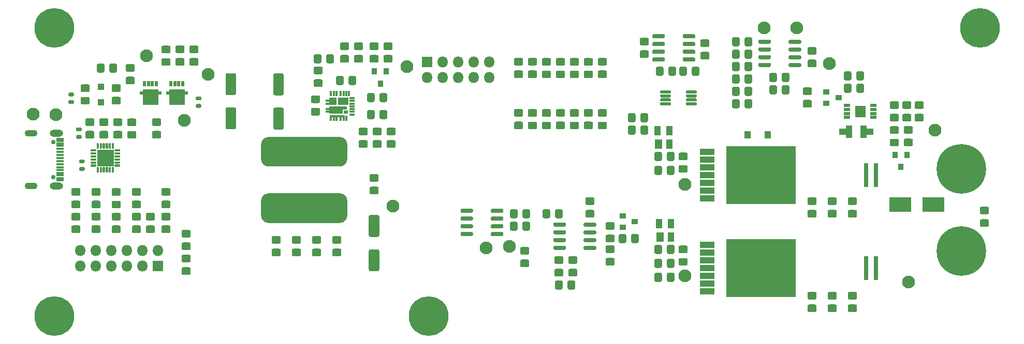
<source format=gbr>
%TF.GenerationSoftware,KiCad,Pcbnew,(5.1.6)-1*%
%TF.CreationDate,2020-09-17T14:23:21+02:00*%
%TF.ProjectId,USB_PD_PSU,5553425f-5044-45f5-9053-552e6b696361,rev?*%
%TF.SameCoordinates,Original*%
%TF.FileFunction,Soldermask,Top*%
%TF.FilePolarity,Negative*%
%FSLAX46Y46*%
G04 Gerber Fmt 4.6, Leading zero omitted, Abs format (unit mm)*
G04 Created by KiCad (PCBNEW (5.1.6)-1) date 2020-09-17 14:23:21*
%MOMM*%
%LPD*%
G01*
G04 APERTURE LIST*
%ADD10R,11.352200X9.548800*%
%ADD11R,2.386000X1.039800*%
%ADD12R,1.100000X1.100000*%
%ADD13R,1.000000X1.300000*%
%ADD14R,3.600000X2.400000*%
%ADD15R,1.800000X1.800000*%
%ADD16O,1.800000X1.800000*%
%ADD17R,1.100000X2.100000*%
%ADD18R,1.200000X1.100000*%
%ADD19R,0.900000X1.000000*%
%ADD20R,1.000000X0.900000*%
%ADD21R,0.800000X3.900000*%
%ADD22C,2.100000*%
%ADD23R,2.800000X2.800000*%
%ADD24R,0.700000X0.400000*%
%ADD25R,1.250000X1.150000*%
%ADD26R,0.400000X0.825000*%
%ADD27R,0.825000X0.400000*%
%ADD28R,2.275000X1.300000*%
%ADD29R,0.750000X0.555000*%
%ADD30R,1.675000X1.150000*%
%ADD31R,0.400000X0.830000*%
%ADD32R,2.450000X0.375000*%
%ADD33R,0.680000X0.480000*%
%ADD34R,1.100000X1.500000*%
%ADD35R,1.300000X1.500000*%
%ADD36R,0.989000X0.520000*%
%ADD37R,1.780000X1.980000*%
%ADD38R,2.550000X2.500000*%
%ADD39R,3.610000X0.500000*%
%ADD40R,0.500000X0.850000*%
%ADD41R,1.250000X0.400000*%
%ADD42R,1.250000X0.700000*%
%ADD43C,0.750000*%
%ADD44O,2.200000X1.150000*%
%ADD45O,2.100000X1.100000*%
%ADD46C,8.100000*%
%ADD47C,0.900000*%
%ADD48C,6.500000*%
G04 APERTURE END LIST*
%TO.C,U5*%
G36*
G01*
X104058201Y-71581601D02*
X104058201Y-71231601D01*
G75*
G02*
X104233201Y-71056601I175000J0D01*
G01*
X105933201Y-71056601D01*
G75*
G02*
X106108201Y-71231601I0J-175000D01*
G01*
X106108201Y-71581601D01*
G75*
G02*
X105933201Y-71756601I-175000J0D01*
G01*
X104233201Y-71756601D01*
G75*
G02*
X104058201Y-71581601I0J175000D01*
G01*
G37*
G36*
G01*
X104058201Y-72851601D02*
X104058201Y-72501601D01*
G75*
G02*
X104233201Y-72326601I175000J0D01*
G01*
X105933201Y-72326601D01*
G75*
G02*
X106108201Y-72501601I0J-175000D01*
G01*
X106108201Y-72851601D01*
G75*
G02*
X105933201Y-73026601I-175000J0D01*
G01*
X104233201Y-73026601D01*
G75*
G02*
X104058201Y-72851601I0J175000D01*
G01*
G37*
G36*
G01*
X104058201Y-74121601D02*
X104058201Y-73771601D01*
G75*
G02*
X104233201Y-73596601I175000J0D01*
G01*
X105933201Y-73596601D01*
G75*
G02*
X106108201Y-73771601I0J-175000D01*
G01*
X106108201Y-74121601D01*
G75*
G02*
X105933201Y-74296601I-175000J0D01*
G01*
X104233201Y-74296601D01*
G75*
G02*
X104058201Y-74121601I0J175000D01*
G01*
G37*
G36*
G01*
X104058201Y-75391601D02*
X104058201Y-75041601D01*
G75*
G02*
X104233201Y-74866601I175000J0D01*
G01*
X105933201Y-74866601D01*
G75*
G02*
X106108201Y-75041601I0J-175000D01*
G01*
X106108201Y-75391601D01*
G75*
G02*
X105933201Y-75566601I-175000J0D01*
G01*
X104233201Y-75566601D01*
G75*
G02*
X104058201Y-75391601I0J175000D01*
G01*
G37*
G36*
G01*
X109008201Y-75391601D02*
X109008201Y-75041601D01*
G75*
G02*
X109183201Y-74866601I175000J0D01*
G01*
X110883201Y-74866601D01*
G75*
G02*
X111058201Y-75041601I0J-175000D01*
G01*
X111058201Y-75391601D01*
G75*
G02*
X110883201Y-75566601I-175000J0D01*
G01*
X109183201Y-75566601D01*
G75*
G02*
X109008201Y-75391601I0J175000D01*
G01*
G37*
G36*
G01*
X109008201Y-74121601D02*
X109008201Y-73771601D01*
G75*
G02*
X109183201Y-73596601I175000J0D01*
G01*
X110883201Y-73596601D01*
G75*
G02*
X111058201Y-73771601I0J-175000D01*
G01*
X111058201Y-74121601D01*
G75*
G02*
X110883201Y-74296601I-175000J0D01*
G01*
X109183201Y-74296601D01*
G75*
G02*
X109008201Y-74121601I0J175000D01*
G01*
G37*
G36*
G01*
X109008201Y-72851601D02*
X109008201Y-72501601D01*
G75*
G02*
X109183201Y-72326601I175000J0D01*
G01*
X110883201Y-72326601D01*
G75*
G02*
X111058201Y-72501601I0J-175000D01*
G01*
X111058201Y-72851601D01*
G75*
G02*
X110883201Y-73026601I-175000J0D01*
G01*
X109183201Y-73026601D01*
G75*
G02*
X109008201Y-72851601I0J175000D01*
G01*
G37*
G36*
G01*
X109008201Y-71581601D02*
X109008201Y-71231601D01*
G75*
G02*
X109183201Y-71056601I175000J0D01*
G01*
X110883201Y-71056601D01*
G75*
G02*
X111058201Y-71231601I0J-175000D01*
G01*
X111058201Y-71581601D01*
G75*
G02*
X110883201Y-71756601I-175000J0D01*
G01*
X109183201Y-71756601D01*
G75*
G02*
X109008201Y-71581601I0J175000D01*
G01*
G37*
%TD*%
D10*
%TO.C,U13*%
X153162000Y-80772000D03*
D11*
X144360900Y-84582000D03*
X144360900Y-83312000D03*
X144360900Y-82042000D03*
X144360900Y-80772000D03*
X144360900Y-79502000D03*
X144360900Y-78232000D03*
X144360900Y-76962000D03*
%TD*%
%TO.C,D8*%
G36*
G01*
X60926500Y-53894000D02*
X61501500Y-53894000D01*
G75*
G02*
X61664000Y-54056500I0J-162500D01*
G01*
X61664000Y-54381500D01*
G75*
G02*
X61501500Y-54544000I-162500J0D01*
G01*
X60926500Y-54544000D01*
G75*
G02*
X60764000Y-54381500I0J162500D01*
G01*
X60764000Y-54056500D01*
G75*
G02*
X60926500Y-53894000I162500J0D01*
G01*
G37*
G36*
G01*
X60926500Y-52644000D02*
X61501500Y-52644000D01*
G75*
G02*
X61664000Y-52806500I0J-162500D01*
G01*
X61664000Y-53131500D01*
G75*
G02*
X61501500Y-53294000I-162500J0D01*
G01*
X60926500Y-53294000D01*
G75*
G02*
X60764000Y-53131500I0J162500D01*
G01*
X60764000Y-52806500D01*
G75*
G02*
X60926500Y-52644000I162500J0D01*
G01*
G37*
%TD*%
%TO.C,D3*%
G36*
G01*
X40673500Y-52649000D02*
X40098500Y-52649000D01*
G75*
G02*
X39936000Y-52486500I0J162500D01*
G01*
X39936000Y-52161500D01*
G75*
G02*
X40098500Y-51999000I162500J0D01*
G01*
X40673500Y-51999000D01*
G75*
G02*
X40836000Y-52161500I0J-162500D01*
G01*
X40836000Y-52486500D01*
G75*
G02*
X40673500Y-52649000I-162500J0D01*
G01*
G37*
G36*
G01*
X40673500Y-53899000D02*
X40098500Y-53899000D01*
G75*
G02*
X39936000Y-53736500I0J162500D01*
G01*
X39936000Y-53411500D01*
G75*
G02*
X40098500Y-53249000I162500J0D01*
G01*
X40673500Y-53249000D01*
G75*
G02*
X40836000Y-53411500I0J-162500D01*
G01*
X40836000Y-53736500D01*
G75*
G02*
X40673500Y-53899000I-162500J0D01*
G01*
G37*
%TD*%
%TO.C,D2*%
G36*
G01*
X41943500Y-58374000D02*
X41368500Y-58374000D01*
G75*
G02*
X41206000Y-58211500I0J162500D01*
G01*
X41206000Y-57886500D01*
G75*
G02*
X41368500Y-57724000I162500J0D01*
G01*
X41943500Y-57724000D01*
G75*
G02*
X42106000Y-57886500I0J-162500D01*
G01*
X42106000Y-58211500D01*
G75*
G02*
X41943500Y-58374000I-162500J0D01*
G01*
G37*
G36*
G01*
X41943500Y-59624000D02*
X41368500Y-59624000D01*
G75*
G02*
X41206000Y-59461500I0J162500D01*
G01*
X41206000Y-59136500D01*
G75*
G02*
X41368500Y-58974000I162500J0D01*
G01*
X41943500Y-58974000D01*
G75*
G02*
X42106000Y-59136500I0J-162500D01*
G01*
X42106000Y-59461500D01*
G75*
G02*
X41943500Y-59624000I-162500J0D01*
G01*
G37*
%TD*%
%TO.C,D1*%
G36*
G01*
X41851100Y-64231800D02*
X42426100Y-64231800D01*
G75*
G02*
X42588600Y-64394300I0J-162500D01*
G01*
X42588600Y-64719300D01*
G75*
G02*
X42426100Y-64881800I-162500J0D01*
G01*
X41851100Y-64881800D01*
G75*
G02*
X41688600Y-64719300I0J162500D01*
G01*
X41688600Y-64394300D01*
G75*
G02*
X41851100Y-64231800I162500J0D01*
G01*
G37*
G36*
G01*
X41851100Y-62981800D02*
X42426100Y-62981800D01*
G75*
G02*
X42588600Y-63144300I0J-162500D01*
G01*
X42588600Y-63469300D01*
G75*
G02*
X42426100Y-63631800I-162500J0D01*
G01*
X41851100Y-63631800D01*
G75*
G02*
X41688600Y-63469300I0J162500D01*
G01*
X41688600Y-63144300D01*
G75*
G02*
X41851100Y-62981800I162500J0D01*
G01*
G37*
%TD*%
%TO.C,C1*%
G36*
G01*
X43150262Y-53983000D02*
X42193738Y-53983000D01*
G75*
G02*
X41922000Y-53711262I0J271738D01*
G01*
X41922000Y-53004738D01*
G75*
G02*
X42193738Y-52733000I271738J0D01*
G01*
X43150262Y-52733000D01*
G75*
G02*
X43422000Y-53004738I0J-271738D01*
G01*
X43422000Y-53711262D01*
G75*
G02*
X43150262Y-53983000I-271738J0D01*
G01*
G37*
G36*
G01*
X43150262Y-51933000D02*
X42193738Y-51933000D01*
G75*
G02*
X41922000Y-51661262I0J271738D01*
G01*
X41922000Y-50954738D01*
G75*
G02*
X42193738Y-50683000I271738J0D01*
G01*
X43150262Y-50683000D01*
G75*
G02*
X43422000Y-50954738I0J-271738D01*
G01*
X43422000Y-51661262D01*
G75*
G02*
X43150262Y-51933000I-271738J0D01*
G01*
G37*
%TD*%
%TO.C,C2*%
G36*
G01*
X45837000Y-47527738D02*
X45837000Y-48484262D01*
G75*
G02*
X45565262Y-48756000I-271738J0D01*
G01*
X44858738Y-48756000D01*
G75*
G02*
X44587000Y-48484262I0J271738D01*
G01*
X44587000Y-47527738D01*
G75*
G02*
X44858738Y-47256000I271738J0D01*
G01*
X45565262Y-47256000D01*
G75*
G02*
X45837000Y-47527738I0J-271738D01*
G01*
G37*
G36*
G01*
X47887000Y-47527738D02*
X47887000Y-48484262D01*
G75*
G02*
X47615262Y-48756000I-271738J0D01*
G01*
X46908738Y-48756000D01*
G75*
G02*
X46637000Y-48484262I0J271738D01*
G01*
X46637000Y-47527738D01*
G75*
G02*
X46908738Y-47256000I271738J0D01*
G01*
X47615262Y-47256000D01*
G75*
G02*
X47887000Y-47527738I0J-271738D01*
G01*
G37*
%TD*%
%TO.C,C3*%
G36*
G01*
X46198262Y-59562000D02*
X45241738Y-59562000D01*
G75*
G02*
X44970000Y-59290262I0J271738D01*
G01*
X44970000Y-58583738D01*
G75*
G02*
X45241738Y-58312000I271738J0D01*
G01*
X46198262Y-58312000D01*
G75*
G02*
X46470000Y-58583738I0J-271738D01*
G01*
X46470000Y-59290262D01*
G75*
G02*
X46198262Y-59562000I-271738J0D01*
G01*
G37*
G36*
G01*
X46198262Y-57512000D02*
X45241738Y-57512000D01*
G75*
G02*
X44970000Y-57240262I0J271738D01*
G01*
X44970000Y-56533738D01*
G75*
G02*
X45241738Y-56262000I271738J0D01*
G01*
X46198262Y-56262000D01*
G75*
G02*
X46470000Y-56533738I0J-271738D01*
G01*
X46470000Y-57240262D01*
G75*
G02*
X46198262Y-57512000I-271738J0D01*
G01*
G37*
%TD*%
%TO.C,C4*%
G36*
G01*
X48484262Y-57503000D02*
X47527738Y-57503000D01*
G75*
G02*
X47256000Y-57231262I0J271738D01*
G01*
X47256000Y-56524738D01*
G75*
G02*
X47527738Y-56253000I271738J0D01*
G01*
X48484262Y-56253000D01*
G75*
G02*
X48756000Y-56524738I0J-271738D01*
G01*
X48756000Y-57231262D01*
G75*
G02*
X48484262Y-57503000I-271738J0D01*
G01*
G37*
G36*
G01*
X48484262Y-59553000D02*
X47527738Y-59553000D01*
G75*
G02*
X47256000Y-59281262I0J271738D01*
G01*
X47256000Y-58574738D01*
G75*
G02*
X47527738Y-58303000I271738J0D01*
G01*
X48484262Y-58303000D01*
G75*
G02*
X48756000Y-58574738I0J-271738D01*
G01*
X48756000Y-59281262D01*
G75*
G02*
X48484262Y-59553000I-271738J0D01*
G01*
G37*
%TD*%
%TO.C,C5*%
G36*
G01*
X43912262Y-59562000D02*
X42955738Y-59562000D01*
G75*
G02*
X42684000Y-59290262I0J271738D01*
G01*
X42684000Y-58583738D01*
G75*
G02*
X42955738Y-58312000I271738J0D01*
G01*
X43912262Y-58312000D01*
G75*
G02*
X44184000Y-58583738I0J-271738D01*
G01*
X44184000Y-59290262D01*
G75*
G02*
X43912262Y-59562000I-271738J0D01*
G01*
G37*
G36*
G01*
X43912262Y-57512000D02*
X42955738Y-57512000D01*
G75*
G02*
X42684000Y-57240262I0J271738D01*
G01*
X42684000Y-56533738D01*
G75*
G02*
X42955738Y-56262000I271738J0D01*
G01*
X43912262Y-56262000D01*
G75*
G02*
X44184000Y-56533738I0J-271738D01*
G01*
X44184000Y-57240262D01*
G75*
G02*
X43912262Y-57512000I-271738J0D01*
G01*
G37*
%TD*%
%TO.C,C6*%
G36*
G01*
X59973738Y-44315000D02*
X60930262Y-44315000D01*
G75*
G02*
X61202000Y-44586738I0J-271738D01*
G01*
X61202000Y-45293262D01*
G75*
G02*
X60930262Y-45565000I-271738J0D01*
G01*
X59973738Y-45565000D01*
G75*
G02*
X59702000Y-45293262I0J271738D01*
G01*
X59702000Y-44586738D01*
G75*
G02*
X59973738Y-44315000I271738J0D01*
G01*
G37*
G36*
G01*
X59973738Y-46365000D02*
X60930262Y-46365000D01*
G75*
G02*
X61202000Y-46636738I0J-271738D01*
G01*
X61202000Y-47343262D01*
G75*
G02*
X60930262Y-47615000I-271738J0D01*
G01*
X59973738Y-47615000D01*
G75*
G02*
X59702000Y-47343262I0J271738D01*
G01*
X59702000Y-46636738D01*
G75*
G02*
X59973738Y-46365000I271738J0D01*
G01*
G37*
%TD*%
%TO.C,C7*%
G36*
G01*
X65912825Y-48841600D02*
X67081575Y-48841600D01*
G75*
G02*
X67347200Y-49107225I0J-265625D01*
G01*
X67347200Y-52175975D01*
G75*
G02*
X67081575Y-52441600I-265625J0D01*
G01*
X65912825Y-52441600D01*
G75*
G02*
X65647200Y-52175975I0J265625D01*
G01*
X65647200Y-49107225D01*
G75*
G02*
X65912825Y-48841600I265625J0D01*
G01*
G37*
G36*
G01*
X65912825Y-54441600D02*
X67081575Y-54441600D01*
G75*
G02*
X67347200Y-54707225I0J-265625D01*
G01*
X67347200Y-57775975D01*
G75*
G02*
X67081575Y-58041600I-265625J0D01*
G01*
X65912825Y-58041600D01*
G75*
G02*
X65647200Y-57775975I0J265625D01*
G01*
X65647200Y-54707225D01*
G75*
G02*
X65912825Y-54441600I265625J0D01*
G01*
G37*
%TD*%
%TO.C,C8*%
G36*
G01*
X73710625Y-54492400D02*
X74879375Y-54492400D01*
G75*
G02*
X75145000Y-54758025I0J-265625D01*
G01*
X75145000Y-57826775D01*
G75*
G02*
X74879375Y-58092400I-265625J0D01*
G01*
X73710625Y-58092400D01*
G75*
G02*
X73445000Y-57826775I0J265625D01*
G01*
X73445000Y-54758025D01*
G75*
G02*
X73710625Y-54492400I265625J0D01*
G01*
G37*
G36*
G01*
X73710625Y-48892400D02*
X74879375Y-48892400D01*
G75*
G02*
X75145000Y-49158025I0J-265625D01*
G01*
X75145000Y-52226775D01*
G75*
G02*
X74879375Y-52492400I-265625J0D01*
G01*
X73710625Y-52492400D01*
G75*
G02*
X73445000Y-52226775I0J265625D01*
G01*
X73445000Y-49158025D01*
G75*
G02*
X73710625Y-48892400I265625J0D01*
G01*
G37*
%TD*%
%TO.C,C9*%
G36*
G01*
X79861938Y-52493800D02*
X80818462Y-52493800D01*
G75*
G02*
X81090200Y-52765538I0J-271738D01*
G01*
X81090200Y-53472062D01*
G75*
G02*
X80818462Y-53743800I-271738J0D01*
G01*
X79861938Y-53743800D01*
G75*
G02*
X79590200Y-53472062I0J271738D01*
G01*
X79590200Y-52765538D01*
G75*
G02*
X79861938Y-52493800I271738J0D01*
G01*
G37*
G36*
G01*
X79861938Y-54543800D02*
X80818462Y-54543800D01*
G75*
G02*
X81090200Y-54815538I0J-271738D01*
G01*
X81090200Y-55522062D01*
G75*
G02*
X80818462Y-55793800I-271738J0D01*
G01*
X79861938Y-55793800D01*
G75*
G02*
X79590200Y-55522062I0J271738D01*
G01*
X79590200Y-54815538D01*
G75*
G02*
X79861938Y-54543800I271738J0D01*
G01*
G37*
%TD*%
%TO.C,C10*%
G36*
G01*
X87659738Y-59827000D02*
X88616262Y-59827000D01*
G75*
G02*
X88888000Y-60098738I0J-271738D01*
G01*
X88888000Y-60805262D01*
G75*
G02*
X88616262Y-61077000I-271738J0D01*
G01*
X87659738Y-61077000D01*
G75*
G02*
X87388000Y-60805262I0J271738D01*
G01*
X87388000Y-60098738D01*
G75*
G02*
X87659738Y-59827000I271738J0D01*
G01*
G37*
G36*
G01*
X87659738Y-57777000D02*
X88616262Y-57777000D01*
G75*
G02*
X88888000Y-58048738I0J-271738D01*
G01*
X88888000Y-58755262D01*
G75*
G02*
X88616262Y-59027000I-271738J0D01*
G01*
X87659738Y-59027000D01*
G75*
G02*
X87388000Y-58755262I0J271738D01*
G01*
X87388000Y-58048738D01*
G75*
G02*
X87659738Y-57777000I271738J0D01*
G01*
G37*
%TD*%
%TO.C,C11*%
G36*
G01*
X80052800Y-46960262D02*
X80052800Y-46003738D01*
G75*
G02*
X80324538Y-45732000I271738J0D01*
G01*
X81031062Y-45732000D01*
G75*
G02*
X81302800Y-46003738I0J-271738D01*
G01*
X81302800Y-46960262D01*
G75*
G02*
X81031062Y-47232000I-271738J0D01*
G01*
X80324538Y-47232000D01*
G75*
G02*
X80052800Y-46960262I0J271738D01*
G01*
G37*
G36*
G01*
X82102800Y-46960262D02*
X82102800Y-46003738D01*
G75*
G02*
X82374538Y-45732000I271738J0D01*
G01*
X83081062Y-45732000D01*
G75*
G02*
X83352800Y-46003738I0J-271738D01*
G01*
X83352800Y-46960262D01*
G75*
G02*
X83081062Y-47232000I-271738J0D01*
G01*
X82374538Y-47232000D01*
G75*
G02*
X82102800Y-46960262I0J271738D01*
G01*
G37*
%TD*%
%TO.C,C12*%
G36*
G01*
X73435738Y-77607000D02*
X74392262Y-77607000D01*
G75*
G02*
X74664000Y-77878738I0J-271738D01*
G01*
X74664000Y-78585262D01*
G75*
G02*
X74392262Y-78857000I-271738J0D01*
G01*
X73435738Y-78857000D01*
G75*
G02*
X73164000Y-78585262I0J271738D01*
G01*
X73164000Y-77878738D01*
G75*
G02*
X73435738Y-77607000I271738J0D01*
G01*
G37*
G36*
G01*
X73435738Y-75557000D02*
X74392262Y-75557000D01*
G75*
G02*
X74664000Y-75828738I0J-271738D01*
G01*
X74664000Y-76535262D01*
G75*
G02*
X74392262Y-76807000I-271738J0D01*
G01*
X73435738Y-76807000D01*
G75*
G02*
X73164000Y-76535262I0J271738D01*
G01*
X73164000Y-75828738D01*
G75*
G02*
X73435738Y-75557000I271738J0D01*
G01*
G37*
%TD*%
%TO.C,C13*%
G36*
G01*
X90824000Y-56104262D02*
X90824000Y-55147738D01*
G75*
G02*
X91095738Y-54876000I271738J0D01*
G01*
X91802262Y-54876000D01*
G75*
G02*
X92074000Y-55147738I0J-271738D01*
G01*
X92074000Y-56104262D01*
G75*
G02*
X91802262Y-56376000I-271738J0D01*
G01*
X91095738Y-56376000D01*
G75*
G02*
X90824000Y-56104262I0J271738D01*
G01*
G37*
G36*
G01*
X88774000Y-56104262D02*
X88774000Y-55147738D01*
G75*
G02*
X89045738Y-54876000I271738J0D01*
G01*
X89752262Y-54876000D01*
G75*
G02*
X90024000Y-55147738I0J-271738D01*
G01*
X90024000Y-56104262D01*
G75*
G02*
X89752262Y-56376000I-271738J0D01*
G01*
X89045738Y-56376000D01*
G75*
G02*
X88774000Y-56104262I0J271738D01*
G01*
G37*
%TD*%
%TO.C,C14*%
G36*
G01*
X76737738Y-75557000D02*
X77694262Y-75557000D01*
G75*
G02*
X77966000Y-75828738I0J-271738D01*
G01*
X77966000Y-76535262D01*
G75*
G02*
X77694262Y-76807000I-271738J0D01*
G01*
X76737738Y-76807000D01*
G75*
G02*
X76466000Y-76535262I0J271738D01*
G01*
X76466000Y-75828738D01*
G75*
G02*
X76737738Y-75557000I271738J0D01*
G01*
G37*
G36*
G01*
X76737738Y-77607000D02*
X77694262Y-77607000D01*
G75*
G02*
X77966000Y-77878738I0J-271738D01*
G01*
X77966000Y-78585262D01*
G75*
G02*
X77694262Y-78857000I-271738J0D01*
G01*
X76737738Y-78857000D01*
G75*
G02*
X76466000Y-78585262I0J271738D01*
G01*
X76466000Y-77878738D01*
G75*
G02*
X76737738Y-77607000I271738J0D01*
G01*
G37*
%TD*%
%TO.C,C15*%
G36*
G01*
X86897738Y-43807000D02*
X87854262Y-43807000D01*
G75*
G02*
X88126000Y-44078738I0J-271738D01*
G01*
X88126000Y-44785262D01*
G75*
G02*
X87854262Y-45057000I-271738J0D01*
G01*
X86897738Y-45057000D01*
G75*
G02*
X86626000Y-44785262I0J271738D01*
G01*
X86626000Y-44078738D01*
G75*
G02*
X86897738Y-43807000I271738J0D01*
G01*
G37*
G36*
G01*
X86897738Y-45857000D02*
X87854262Y-45857000D01*
G75*
G02*
X88126000Y-46128738I0J-271738D01*
G01*
X88126000Y-46835262D01*
G75*
G02*
X87854262Y-47107000I-271738J0D01*
G01*
X86897738Y-47107000D01*
G75*
G02*
X86626000Y-46835262I0J271738D01*
G01*
X86626000Y-46128738D01*
G75*
G02*
X86897738Y-45857000I271738J0D01*
G01*
G37*
%TD*%
%TO.C,C16*%
G36*
G01*
X80039738Y-77607000D02*
X80996262Y-77607000D01*
G75*
G02*
X81268000Y-77878738I0J-271738D01*
G01*
X81268000Y-78585262D01*
G75*
G02*
X80996262Y-78857000I-271738J0D01*
G01*
X80039738Y-78857000D01*
G75*
G02*
X79768000Y-78585262I0J271738D01*
G01*
X79768000Y-77878738D01*
G75*
G02*
X80039738Y-77607000I271738J0D01*
G01*
G37*
G36*
G01*
X80039738Y-75557000D02*
X80996262Y-75557000D01*
G75*
G02*
X81268000Y-75828738I0J-271738D01*
G01*
X81268000Y-76535262D01*
G75*
G02*
X80996262Y-76807000I-271738J0D01*
G01*
X80039738Y-76807000D01*
G75*
G02*
X79768000Y-76535262I0J271738D01*
G01*
X79768000Y-75828738D01*
G75*
G02*
X80039738Y-75557000I271738J0D01*
G01*
G37*
%TD*%
%TO.C,C17*%
G36*
G01*
X83341738Y-75557000D02*
X84298262Y-75557000D01*
G75*
G02*
X84570000Y-75828738I0J-271738D01*
G01*
X84570000Y-76535262D01*
G75*
G02*
X84298262Y-76807000I-271738J0D01*
G01*
X83341738Y-76807000D01*
G75*
G02*
X83070000Y-76535262I0J271738D01*
G01*
X83070000Y-75828738D01*
G75*
G02*
X83341738Y-75557000I271738J0D01*
G01*
G37*
G36*
G01*
X83341738Y-77607000D02*
X84298262Y-77607000D01*
G75*
G02*
X84570000Y-77878738I0J-271738D01*
G01*
X84570000Y-78585262D01*
G75*
G02*
X84298262Y-78857000I-271738J0D01*
G01*
X83341738Y-78857000D01*
G75*
G02*
X83070000Y-78585262I0J271738D01*
G01*
X83070000Y-77878738D01*
G75*
G02*
X83341738Y-77607000I271738J0D01*
G01*
G37*
%TD*%
%TO.C,C18*%
G36*
G01*
X89331625Y-72108000D02*
X90500375Y-72108000D01*
G75*
G02*
X90766000Y-72373625I0J-265625D01*
G01*
X90766000Y-75442375D01*
G75*
G02*
X90500375Y-75708000I-265625J0D01*
G01*
X89331625Y-75708000D01*
G75*
G02*
X89066000Y-75442375I0J265625D01*
G01*
X89066000Y-72373625D01*
G75*
G02*
X89331625Y-72108000I265625J0D01*
G01*
G37*
G36*
G01*
X89331625Y-77708000D02*
X90500375Y-77708000D01*
G75*
G02*
X90766000Y-77973625I0J-265625D01*
G01*
X90766000Y-81042375D01*
G75*
G02*
X90500375Y-81308000I-265625J0D01*
G01*
X89331625Y-81308000D01*
G75*
G02*
X89066000Y-81042375I0J265625D01*
G01*
X89066000Y-77973625D01*
G75*
G02*
X89331625Y-77708000I265625J0D01*
G01*
G37*
%TD*%
%TO.C,C19*%
G36*
G01*
X134590262Y-44304000D02*
X133633738Y-44304000D01*
G75*
G02*
X133362000Y-44032262I0J271738D01*
G01*
X133362000Y-43325738D01*
G75*
G02*
X133633738Y-43054000I271738J0D01*
G01*
X134590262Y-43054000D01*
G75*
G02*
X134862000Y-43325738I0J-271738D01*
G01*
X134862000Y-44032262D01*
G75*
G02*
X134590262Y-44304000I-271738J0D01*
G01*
G37*
G36*
G01*
X134590262Y-46354000D02*
X133633738Y-46354000D01*
G75*
G02*
X133362000Y-46082262I0J271738D01*
G01*
X133362000Y-45375738D01*
G75*
G02*
X133633738Y-45104000I271738J0D01*
G01*
X134590262Y-45104000D01*
G75*
G02*
X134862000Y-45375738I0J-271738D01*
G01*
X134862000Y-46082262D01*
G75*
G02*
X134590262Y-46354000I-271738J0D01*
G01*
G37*
%TD*%
%TO.C,C20*%
G36*
G01*
X144496262Y-46599000D02*
X143539738Y-46599000D01*
G75*
G02*
X143268000Y-46327262I0J271738D01*
G01*
X143268000Y-45620738D01*
G75*
G02*
X143539738Y-45349000I271738J0D01*
G01*
X144496262Y-45349000D01*
G75*
G02*
X144768000Y-45620738I0J-271738D01*
G01*
X144768000Y-46327262D01*
G75*
G02*
X144496262Y-46599000I-271738J0D01*
G01*
G37*
G36*
G01*
X144496262Y-44549000D02*
X143539738Y-44549000D01*
G75*
G02*
X143268000Y-44277262I0J271738D01*
G01*
X143268000Y-43570738D01*
G75*
G02*
X143539738Y-43299000I271738J0D01*
G01*
X144496262Y-43299000D01*
G75*
G02*
X144768000Y-43570738I0J-271738D01*
G01*
X144768000Y-44277262D01*
G75*
G02*
X144496262Y-44549000I-271738J0D01*
G01*
G37*
%TD*%
%TO.C,C21*%
G36*
G01*
X148455000Y-48230262D02*
X148455000Y-47273738D01*
G75*
G02*
X148726738Y-47002000I271738J0D01*
G01*
X149433262Y-47002000D01*
G75*
G02*
X149705000Y-47273738I0J-271738D01*
G01*
X149705000Y-48230262D01*
G75*
G02*
X149433262Y-48502000I-271738J0D01*
G01*
X148726738Y-48502000D01*
G75*
G02*
X148455000Y-48230262I0J271738D01*
G01*
G37*
G36*
G01*
X150505000Y-48230262D02*
X150505000Y-47273738D01*
G75*
G02*
X150776738Y-47002000I271738J0D01*
G01*
X151483262Y-47002000D01*
G75*
G02*
X151755000Y-47273738I0J-271738D01*
G01*
X151755000Y-48230262D01*
G75*
G02*
X151483262Y-48502000I-271738J0D01*
G01*
X150776738Y-48502000D01*
G75*
G02*
X150505000Y-48230262I0J271738D01*
G01*
G37*
%TD*%
%TO.C,C22*%
G36*
G01*
X150505000Y-46198262D02*
X150505000Y-45241738D01*
G75*
G02*
X150776738Y-44970000I271738J0D01*
G01*
X151483262Y-44970000D01*
G75*
G02*
X151755000Y-45241738I0J-271738D01*
G01*
X151755000Y-46198262D01*
G75*
G02*
X151483262Y-46470000I-271738J0D01*
G01*
X150776738Y-46470000D01*
G75*
G02*
X150505000Y-46198262I0J271738D01*
G01*
G37*
G36*
G01*
X148455000Y-46198262D02*
X148455000Y-45241738D01*
G75*
G02*
X148726738Y-44970000I271738J0D01*
G01*
X149433262Y-44970000D01*
G75*
G02*
X149705000Y-45241738I0J-271738D01*
G01*
X149705000Y-46198262D01*
G75*
G02*
X149433262Y-46470000I-271738J0D01*
G01*
X148726738Y-46470000D01*
G75*
G02*
X148455000Y-46198262I0J271738D01*
G01*
G37*
%TD*%
%TO.C,C23*%
G36*
G01*
X121949738Y-80918000D02*
X122906262Y-80918000D01*
G75*
G02*
X123178000Y-81189738I0J-271738D01*
G01*
X123178000Y-81896262D01*
G75*
G02*
X122906262Y-82168000I-271738J0D01*
G01*
X121949738Y-82168000D01*
G75*
G02*
X121678000Y-81896262I0J271738D01*
G01*
X121678000Y-81189738D01*
G75*
G02*
X121949738Y-80918000I271738J0D01*
G01*
G37*
G36*
G01*
X121949738Y-78868000D02*
X122906262Y-78868000D01*
G75*
G02*
X123178000Y-79139738I0J-271738D01*
G01*
X123178000Y-79846262D01*
G75*
G02*
X122906262Y-80118000I-271738J0D01*
G01*
X121949738Y-80118000D01*
G75*
G02*
X121678000Y-79846262I0J271738D01*
G01*
X121678000Y-79139738D01*
G75*
G02*
X121949738Y-78868000I271738J0D01*
G01*
G37*
%TD*%
%TO.C,C24*%
G36*
G01*
X117467000Y-72360262D02*
X117467000Y-71403738D01*
G75*
G02*
X117738738Y-71132000I271738J0D01*
G01*
X118445262Y-71132000D01*
G75*
G02*
X118717000Y-71403738I0J-271738D01*
G01*
X118717000Y-72360262D01*
G75*
G02*
X118445262Y-72632000I-271738J0D01*
G01*
X117738738Y-72632000D01*
G75*
G02*
X117467000Y-72360262I0J271738D01*
G01*
G37*
G36*
G01*
X119517000Y-72360262D02*
X119517000Y-71403738D01*
G75*
G02*
X119788738Y-71132000I271738J0D01*
G01*
X120495262Y-71132000D01*
G75*
G02*
X120767000Y-71403738I0J-271738D01*
G01*
X120767000Y-72360262D01*
G75*
G02*
X120495262Y-72632000I-271738J0D01*
G01*
X119788738Y-72632000D01*
G75*
G02*
X119517000Y-72360262I0J271738D01*
G01*
G37*
%TD*%
%TO.C,C25*%
G36*
G01*
X155819000Y-51083738D02*
X155819000Y-52040262D01*
G75*
G02*
X155547262Y-52312000I-271738J0D01*
G01*
X154840738Y-52312000D01*
G75*
G02*
X154569000Y-52040262I0J271738D01*
G01*
X154569000Y-51083738D01*
G75*
G02*
X154840738Y-50812000I271738J0D01*
G01*
X155547262Y-50812000D01*
G75*
G02*
X155819000Y-51083738I0J-271738D01*
G01*
G37*
G36*
G01*
X157869000Y-51083738D02*
X157869000Y-52040262D01*
G75*
G02*
X157597262Y-52312000I-271738J0D01*
G01*
X156890738Y-52312000D01*
G75*
G02*
X156619000Y-52040262I0J271738D01*
G01*
X156619000Y-51083738D01*
G75*
G02*
X156890738Y-50812000I271738J0D01*
G01*
X157597262Y-50812000D01*
G75*
G02*
X157869000Y-51083738I0J-271738D01*
G01*
G37*
%TD*%
%TO.C,C26*%
G36*
G01*
X128045738Y-77081000D02*
X129002262Y-77081000D01*
G75*
G02*
X129274000Y-77352738I0J-271738D01*
G01*
X129274000Y-78059262D01*
G75*
G02*
X129002262Y-78331000I-271738J0D01*
G01*
X128045738Y-78331000D01*
G75*
G02*
X127774000Y-78059262I0J271738D01*
G01*
X127774000Y-77352738D01*
G75*
G02*
X128045738Y-77081000I271738J0D01*
G01*
G37*
G36*
G01*
X128045738Y-79131000D02*
X129002262Y-79131000D01*
G75*
G02*
X129274000Y-79402738I0J-271738D01*
G01*
X129274000Y-80109262D01*
G75*
G02*
X129002262Y-80381000I-271738J0D01*
G01*
X128045738Y-80381000D01*
G75*
G02*
X127774000Y-80109262I0J271738D01*
G01*
X127774000Y-79402738D01*
G75*
G02*
X128045738Y-79131000I271738J0D01*
G01*
G37*
%TD*%
%TO.C,C27*%
G36*
G01*
X128045738Y-75321000D02*
X129002262Y-75321000D01*
G75*
G02*
X129274000Y-75592738I0J-271738D01*
G01*
X129274000Y-76299262D01*
G75*
G02*
X129002262Y-76571000I-271738J0D01*
G01*
X128045738Y-76571000D01*
G75*
G02*
X127774000Y-76299262I0J271738D01*
G01*
X127774000Y-75592738D01*
G75*
G02*
X128045738Y-75321000I271738J0D01*
G01*
G37*
G36*
G01*
X128045738Y-73271000D02*
X129002262Y-73271000D01*
G75*
G02*
X129274000Y-73542738I0J-271738D01*
G01*
X129274000Y-74249262D01*
G75*
G02*
X129002262Y-74521000I-271738J0D01*
G01*
X128045738Y-74521000D01*
G75*
G02*
X127774000Y-74249262I0J271738D01*
G01*
X127774000Y-73542738D01*
G75*
G02*
X128045738Y-73271000I271738J0D01*
G01*
G37*
%TD*%
%TO.C,C28*%
G36*
G01*
X148455000Y-50262262D02*
X148455000Y-49305738D01*
G75*
G02*
X148726738Y-49034000I271738J0D01*
G01*
X149433262Y-49034000D01*
G75*
G02*
X149705000Y-49305738I0J-271738D01*
G01*
X149705000Y-50262262D01*
G75*
G02*
X149433262Y-50534000I-271738J0D01*
G01*
X148726738Y-50534000D01*
G75*
G02*
X148455000Y-50262262I0J271738D01*
G01*
G37*
G36*
G01*
X150505000Y-50262262D02*
X150505000Y-49305738D01*
G75*
G02*
X150776738Y-49034000I271738J0D01*
G01*
X151483262Y-49034000D01*
G75*
G02*
X151755000Y-49305738I0J-271738D01*
G01*
X151755000Y-50262262D01*
G75*
G02*
X151483262Y-50534000I-271738J0D01*
G01*
X150776738Y-50534000D01*
G75*
G02*
X150505000Y-50262262I0J271738D01*
G01*
G37*
%TD*%
%TO.C,C29*%
G36*
G01*
X168793000Y-49754262D02*
X168793000Y-48797738D01*
G75*
G02*
X169064738Y-48526000I271738J0D01*
G01*
X169771262Y-48526000D01*
G75*
G02*
X170043000Y-48797738I0J-271738D01*
G01*
X170043000Y-49754262D01*
G75*
G02*
X169771262Y-50026000I-271738J0D01*
G01*
X169064738Y-50026000D01*
G75*
G02*
X168793000Y-49754262I0J271738D01*
G01*
G37*
G36*
G01*
X166743000Y-49754262D02*
X166743000Y-48797738D01*
G75*
G02*
X167014738Y-48526000I271738J0D01*
G01*
X167721262Y-48526000D01*
G75*
G02*
X167993000Y-48797738I0J-271738D01*
G01*
X167993000Y-49754262D01*
G75*
G02*
X167721262Y-50026000I-271738J0D01*
G01*
X167014738Y-50026000D01*
G75*
G02*
X166743000Y-49754262I0J271738D01*
G01*
G37*
%TD*%
%TO.C,C30*%
G36*
G01*
X137805000Y-62962262D02*
X137805000Y-62005738D01*
G75*
G02*
X138076738Y-61734000I271738J0D01*
G01*
X138783262Y-61734000D01*
G75*
G02*
X139055000Y-62005738I0J-271738D01*
G01*
X139055000Y-62962262D01*
G75*
G02*
X138783262Y-63234000I-271738J0D01*
G01*
X138076738Y-63234000D01*
G75*
G02*
X137805000Y-62962262I0J271738D01*
G01*
G37*
G36*
G01*
X135755000Y-62962262D02*
X135755000Y-62005738D01*
G75*
G02*
X136026738Y-61734000I271738J0D01*
G01*
X136733262Y-61734000D01*
G75*
G02*
X137005000Y-62005738I0J-271738D01*
G01*
X137005000Y-62962262D01*
G75*
G02*
X136733262Y-63234000I-271738J0D01*
G01*
X136026738Y-63234000D01*
G75*
G02*
X135755000Y-62962262I0J271738D01*
G01*
G37*
%TD*%
%TO.C,C31*%
G36*
G01*
X139055000Y-77245738D02*
X139055000Y-78202262D01*
G75*
G02*
X138783262Y-78474000I-271738J0D01*
G01*
X138076738Y-78474000D01*
G75*
G02*
X137805000Y-78202262I0J271738D01*
G01*
X137805000Y-77245738D01*
G75*
G02*
X138076738Y-76974000I271738J0D01*
G01*
X138783262Y-76974000D01*
G75*
G02*
X139055000Y-77245738I0J-271738D01*
G01*
G37*
G36*
G01*
X137005000Y-77245738D02*
X137005000Y-78202262D01*
G75*
G02*
X136733262Y-78474000I-271738J0D01*
G01*
X136026738Y-78474000D01*
G75*
G02*
X135755000Y-78202262I0J271738D01*
G01*
X135755000Y-77245738D01*
G75*
G02*
X136026738Y-76974000I271738J0D01*
G01*
X136733262Y-76974000D01*
G75*
G02*
X137005000Y-77245738I0J-271738D01*
G01*
G37*
%TD*%
%TO.C,C32*%
G36*
G01*
X161065738Y-69207000D02*
X162022262Y-69207000D01*
G75*
G02*
X162294000Y-69478738I0J-271738D01*
G01*
X162294000Y-70185262D01*
G75*
G02*
X162022262Y-70457000I-271738J0D01*
G01*
X161065738Y-70457000D01*
G75*
G02*
X160794000Y-70185262I0J271738D01*
G01*
X160794000Y-69478738D01*
G75*
G02*
X161065738Y-69207000I271738J0D01*
G01*
G37*
G36*
G01*
X161065738Y-71257000D02*
X162022262Y-71257000D01*
G75*
G02*
X162294000Y-71528738I0J-271738D01*
G01*
X162294000Y-72235262D01*
G75*
G02*
X162022262Y-72507000I-271738J0D01*
G01*
X161065738Y-72507000D01*
G75*
G02*
X160794000Y-72235262I0J271738D01*
G01*
X160794000Y-71528738D01*
G75*
G02*
X161065738Y-71257000I271738J0D01*
G01*
G37*
%TD*%
%TO.C,C33*%
G36*
G01*
X177770262Y-58773000D02*
X176813738Y-58773000D01*
G75*
G02*
X176542000Y-58501262I0J271738D01*
G01*
X176542000Y-57794738D01*
G75*
G02*
X176813738Y-57523000I271738J0D01*
G01*
X177770262Y-57523000D01*
G75*
G02*
X178042000Y-57794738I0J-271738D01*
G01*
X178042000Y-58501262D01*
G75*
G02*
X177770262Y-58773000I-271738J0D01*
G01*
G37*
G36*
G01*
X177770262Y-60823000D02*
X176813738Y-60823000D01*
G75*
G02*
X176542000Y-60551262I0J271738D01*
G01*
X176542000Y-59844738D01*
G75*
G02*
X176813738Y-59573000I271738J0D01*
G01*
X177770262Y-59573000D01*
G75*
G02*
X178042000Y-59844738I0J-271738D01*
G01*
X178042000Y-60551262D01*
G75*
G02*
X177770262Y-60823000I-271738J0D01*
G01*
G37*
%TD*%
%TO.C,C34*%
G36*
G01*
X161065738Y-86760000D02*
X162022262Y-86760000D01*
G75*
G02*
X162294000Y-87031738I0J-271738D01*
G01*
X162294000Y-87738262D01*
G75*
G02*
X162022262Y-88010000I-271738J0D01*
G01*
X161065738Y-88010000D01*
G75*
G02*
X160794000Y-87738262I0J271738D01*
G01*
X160794000Y-87031738D01*
G75*
G02*
X161065738Y-86760000I271738J0D01*
G01*
G37*
G36*
G01*
X161065738Y-84710000D02*
X162022262Y-84710000D01*
G75*
G02*
X162294000Y-84981738I0J-271738D01*
G01*
X162294000Y-85688262D01*
G75*
G02*
X162022262Y-85960000I-271738J0D01*
G01*
X161065738Y-85960000D01*
G75*
G02*
X160794000Y-85688262I0J271738D01*
G01*
X160794000Y-84981738D01*
G75*
G02*
X161065738Y-84710000I271738J0D01*
G01*
G37*
%TD*%
%TO.C,C35*%
G36*
G01*
X164367738Y-71257000D02*
X165324262Y-71257000D01*
G75*
G02*
X165596000Y-71528738I0J-271738D01*
G01*
X165596000Y-72235262D01*
G75*
G02*
X165324262Y-72507000I-271738J0D01*
G01*
X164367738Y-72507000D01*
G75*
G02*
X164096000Y-72235262I0J271738D01*
G01*
X164096000Y-71528738D01*
G75*
G02*
X164367738Y-71257000I271738J0D01*
G01*
G37*
G36*
G01*
X164367738Y-69207000D02*
X165324262Y-69207000D01*
G75*
G02*
X165596000Y-69478738I0J-271738D01*
G01*
X165596000Y-70185262D01*
G75*
G02*
X165324262Y-70457000I-271738J0D01*
G01*
X164367738Y-70457000D01*
G75*
G02*
X164096000Y-70185262I0J271738D01*
G01*
X164096000Y-69478738D01*
G75*
G02*
X164367738Y-69207000I271738J0D01*
G01*
G37*
%TD*%
%TO.C,C36*%
G36*
G01*
X167669738Y-69207000D02*
X168626262Y-69207000D01*
G75*
G02*
X168898000Y-69478738I0J-271738D01*
G01*
X168898000Y-70185262D01*
G75*
G02*
X168626262Y-70457000I-271738J0D01*
G01*
X167669738Y-70457000D01*
G75*
G02*
X167398000Y-70185262I0J271738D01*
G01*
X167398000Y-69478738D01*
G75*
G02*
X167669738Y-69207000I271738J0D01*
G01*
G37*
G36*
G01*
X167669738Y-71257000D02*
X168626262Y-71257000D01*
G75*
G02*
X168898000Y-71528738I0J-271738D01*
G01*
X168898000Y-72235262D01*
G75*
G02*
X168626262Y-72507000I-271738J0D01*
G01*
X167669738Y-72507000D01*
G75*
G02*
X167398000Y-72235262I0J271738D01*
G01*
X167398000Y-71528738D01*
G75*
G02*
X167669738Y-71257000I271738J0D01*
G01*
G37*
%TD*%
%TO.C,C37*%
G36*
G01*
X164367738Y-86751000D02*
X165324262Y-86751000D01*
G75*
G02*
X165596000Y-87022738I0J-271738D01*
G01*
X165596000Y-87729262D01*
G75*
G02*
X165324262Y-88001000I-271738J0D01*
G01*
X164367738Y-88001000D01*
G75*
G02*
X164096000Y-87729262I0J271738D01*
G01*
X164096000Y-87022738D01*
G75*
G02*
X164367738Y-86751000I271738J0D01*
G01*
G37*
G36*
G01*
X164367738Y-84701000D02*
X165324262Y-84701000D01*
G75*
G02*
X165596000Y-84972738I0J-271738D01*
G01*
X165596000Y-85679262D01*
G75*
G02*
X165324262Y-85951000I-271738J0D01*
G01*
X164367738Y-85951000D01*
G75*
G02*
X164096000Y-85679262I0J271738D01*
G01*
X164096000Y-84972738D01*
G75*
G02*
X164367738Y-84701000I271738J0D01*
G01*
G37*
%TD*%
%TO.C,C38*%
G36*
G01*
X167669738Y-86751000D02*
X168626262Y-86751000D01*
G75*
G02*
X168898000Y-87022738I0J-271738D01*
G01*
X168898000Y-87729262D01*
G75*
G02*
X168626262Y-88001000I-271738J0D01*
G01*
X167669738Y-88001000D01*
G75*
G02*
X167398000Y-87729262I0J271738D01*
G01*
X167398000Y-87022738D01*
G75*
G02*
X167669738Y-86751000I271738J0D01*
G01*
G37*
G36*
G01*
X167669738Y-84701000D02*
X168626262Y-84701000D01*
G75*
G02*
X168898000Y-84972738I0J-271738D01*
G01*
X168898000Y-85679262D01*
G75*
G02*
X168626262Y-85951000I-271738J0D01*
G01*
X167669738Y-85951000D01*
G75*
G02*
X167398000Y-85679262I0J271738D01*
G01*
X167398000Y-84972738D01*
G75*
G02*
X167669738Y-84701000I271738J0D01*
G01*
G37*
%TD*%
%TO.C,C39*%
G36*
G01*
X190216262Y-74040000D02*
X189259738Y-74040000D01*
G75*
G02*
X188988000Y-73768262I0J271738D01*
G01*
X188988000Y-73061738D01*
G75*
G02*
X189259738Y-72790000I271738J0D01*
G01*
X190216262Y-72790000D01*
G75*
G02*
X190488000Y-73061738I0J-271738D01*
G01*
X190488000Y-73768262D01*
G75*
G02*
X190216262Y-74040000I-271738J0D01*
G01*
G37*
G36*
G01*
X190216262Y-71990000D02*
X189259738Y-71990000D01*
G75*
G02*
X188988000Y-71718262I0J271738D01*
G01*
X188988000Y-71011738D01*
G75*
G02*
X189259738Y-70740000I271738J0D01*
G01*
X190216262Y-70740000D01*
G75*
G02*
X190488000Y-71011738I0J-271738D01*
G01*
X190488000Y-71718262D01*
G75*
G02*
X190216262Y-71990000I-271738J0D01*
G01*
G37*
%TD*%
D12*
%TO.C,D4*%
X45212000Y-51074000D03*
X45212000Y-53574000D03*
%TD*%
%TO.C,D5*%
G36*
G01*
X48230262Y-73006000D02*
X47273738Y-73006000D01*
G75*
G02*
X47002000Y-72734262I0J271738D01*
G01*
X47002000Y-72027738D01*
G75*
G02*
X47273738Y-71756000I271738J0D01*
G01*
X48230262Y-71756000D01*
G75*
G02*
X48502000Y-72027738I0J-271738D01*
G01*
X48502000Y-72734262D01*
G75*
G02*
X48230262Y-73006000I-271738J0D01*
G01*
G37*
G36*
G01*
X48230262Y-75056000D02*
X47273738Y-75056000D01*
G75*
G02*
X47002000Y-74784262I0J271738D01*
G01*
X47002000Y-74077738D01*
G75*
G02*
X47273738Y-73806000I271738J0D01*
G01*
X48230262Y-73806000D01*
G75*
G02*
X48502000Y-74077738I0J-271738D01*
G01*
X48502000Y-74784262D01*
G75*
G02*
X48230262Y-75056000I-271738J0D01*
G01*
G37*
%TD*%
%TO.C,D6*%
G36*
G01*
X44928262Y-75047000D02*
X43971738Y-75047000D01*
G75*
G02*
X43700000Y-74775262I0J271738D01*
G01*
X43700000Y-74068738D01*
G75*
G02*
X43971738Y-73797000I271738J0D01*
G01*
X44928262Y-73797000D01*
G75*
G02*
X45200000Y-74068738I0J-271738D01*
G01*
X45200000Y-74775262D01*
G75*
G02*
X44928262Y-75047000I-271738J0D01*
G01*
G37*
G36*
G01*
X44928262Y-72997000D02*
X43971738Y-72997000D01*
G75*
G02*
X43700000Y-72725262I0J271738D01*
G01*
X43700000Y-72018738D01*
G75*
G02*
X43971738Y-71747000I271738J0D01*
G01*
X44928262Y-71747000D01*
G75*
G02*
X45200000Y-72018738I0J-271738D01*
G01*
X45200000Y-72725262D01*
G75*
G02*
X44928262Y-72997000I-271738J0D01*
G01*
G37*
%TD*%
%TO.C,D7*%
G36*
G01*
X51532262Y-73006000D02*
X50575738Y-73006000D01*
G75*
G02*
X50304000Y-72734262I0J271738D01*
G01*
X50304000Y-72027738D01*
G75*
G02*
X50575738Y-71756000I271738J0D01*
G01*
X51532262Y-71756000D01*
G75*
G02*
X51804000Y-72027738I0J-271738D01*
G01*
X51804000Y-72734262D01*
G75*
G02*
X51532262Y-73006000I-271738J0D01*
G01*
G37*
G36*
G01*
X51532262Y-75056000D02*
X50575738Y-75056000D01*
G75*
G02*
X50304000Y-74784262I0J271738D01*
G01*
X50304000Y-74077738D01*
G75*
G02*
X50575738Y-73806000I271738J0D01*
G01*
X51532262Y-73806000D01*
G75*
G02*
X51804000Y-74077738I0J-271738D01*
G01*
X51804000Y-74784262D01*
G75*
G02*
X51532262Y-75056000I-271738J0D01*
G01*
G37*
%TD*%
%TO.C,D9*%
G36*
G01*
X89945738Y-57777000D02*
X90902262Y-57777000D01*
G75*
G02*
X91174000Y-58048738I0J-271738D01*
G01*
X91174000Y-58755262D01*
G75*
G02*
X90902262Y-59027000I-271738J0D01*
G01*
X89945738Y-59027000D01*
G75*
G02*
X89674000Y-58755262I0J271738D01*
G01*
X89674000Y-58048738D01*
G75*
G02*
X89945738Y-57777000I271738J0D01*
G01*
G37*
G36*
G01*
X89945738Y-59827000D02*
X90902262Y-59827000D01*
G75*
G02*
X91174000Y-60098738I0J-271738D01*
G01*
X91174000Y-60805262D01*
G75*
G02*
X90902262Y-61077000I-271738J0D01*
G01*
X89945738Y-61077000D01*
G75*
G02*
X89674000Y-60805262I0J271738D01*
G01*
X89674000Y-60098738D01*
G75*
G02*
X89945738Y-59827000I271738J0D01*
G01*
G37*
%TD*%
D13*
%TO.C,D10*%
X154304000Y-58928000D03*
X151004000Y-58928000D03*
%TD*%
D14*
%TO.C,D11*%
X175956000Y-70358000D03*
X181356000Y-70358000D03*
%TD*%
%TO.C,D12*%
G36*
G01*
X136009000Y-48992262D02*
X136009000Y-48035738D01*
G75*
G02*
X136280738Y-47764000I271738J0D01*
G01*
X136987262Y-47764000D01*
G75*
G02*
X137259000Y-48035738I0J-271738D01*
G01*
X137259000Y-48992262D01*
G75*
G02*
X136987262Y-49264000I-271738J0D01*
G01*
X136280738Y-49264000D01*
G75*
G02*
X136009000Y-48992262I0J271738D01*
G01*
G37*
G36*
G01*
X138059000Y-48992262D02*
X138059000Y-48035738D01*
G75*
G02*
X138330738Y-47764000I271738J0D01*
G01*
X139037262Y-47764000D01*
G75*
G02*
X139309000Y-48035738I0J-271738D01*
G01*
X139309000Y-48992262D01*
G75*
G02*
X139037262Y-49264000I-271738J0D01*
G01*
X138330738Y-49264000D01*
G75*
G02*
X138059000Y-48992262I0J271738D01*
G01*
G37*
%TD*%
D15*
%TO.C,J2*%
X54584600Y-80416400D03*
D16*
X54584600Y-77876400D03*
X52044600Y-80416400D03*
X52044600Y-77876400D03*
X49504600Y-80416400D03*
X49504600Y-77876400D03*
X46964600Y-80416400D03*
X46964600Y-77876400D03*
X44424600Y-80416400D03*
X44424600Y-77876400D03*
X41884600Y-80416400D03*
X41884600Y-77876400D03*
%TD*%
D15*
%TO.C,J3*%
X98552000Y-46990000D03*
D16*
X98552000Y-49530000D03*
X101092000Y-46990000D03*
X101092000Y-49530000D03*
X103632000Y-46990000D03*
X103632000Y-49530000D03*
X106172000Y-46990000D03*
X106172000Y-49530000D03*
X108712000Y-46990000D03*
X108712000Y-49530000D03*
%TD*%
%TO.C,L1*%
G36*
G01*
X71436000Y-72184500D02*
X71436000Y-69759500D01*
G75*
G02*
X72648500Y-68547000I1212500J0D01*
G01*
X84323500Y-68547000D01*
G75*
G02*
X85536000Y-69759500I0J-1212500D01*
G01*
X85536000Y-72184500D01*
G75*
G02*
X84323500Y-73397000I-1212500J0D01*
G01*
X72648500Y-73397000D01*
G75*
G02*
X71436000Y-72184500I0J1212500D01*
G01*
G37*
G36*
G01*
X71436000Y-62934500D02*
X71436000Y-60509500D01*
G75*
G02*
X72648500Y-59297000I1212500J0D01*
G01*
X84323500Y-59297000D01*
G75*
G02*
X85536000Y-60509500I0J-1212500D01*
G01*
X85536000Y-62934500D01*
G75*
G02*
X84323500Y-64147000I-1212500J0D01*
G01*
X72648500Y-64147000D01*
G75*
G02*
X71436000Y-62934500I0J1212500D01*
G01*
G37*
%TD*%
D17*
%TO.C,L2*%
X167626000Y-58420000D03*
D18*
X166576000Y-58420000D03*
D17*
X169926000Y-58420000D03*
D18*
X170976000Y-58420000D03*
%TD*%
D19*
%TO.C,Q1*%
X90932000Y-50546000D03*
X89982000Y-48546000D03*
X91882000Y-48546000D03*
%TD*%
D20*
%TO.C,Q2*%
X132572000Y-73152000D03*
X130572000Y-74102000D03*
X130572000Y-72202000D03*
%TD*%
%TO.C,Q3*%
X163862000Y-51882000D03*
X163862000Y-53782000D03*
X165862000Y-52832000D03*
%TD*%
D19*
%TO.C,Q4*%
X177038000Y-62230000D03*
X175138000Y-62230000D03*
X176088000Y-64230000D03*
%TD*%
%TO.C,R1*%
G36*
G01*
X55401738Y-73797000D02*
X56358262Y-73797000D01*
G75*
G02*
X56630000Y-74068738I0J-271738D01*
G01*
X56630000Y-74775262D01*
G75*
G02*
X56358262Y-75047000I-271738J0D01*
G01*
X55401738Y-75047000D01*
G75*
G02*
X55130000Y-74775262I0J271738D01*
G01*
X55130000Y-74068738D01*
G75*
G02*
X55401738Y-73797000I271738J0D01*
G01*
G37*
G36*
G01*
X55401738Y-71747000D02*
X56358262Y-71747000D01*
G75*
G02*
X56630000Y-72018738I0J-271738D01*
G01*
X56630000Y-72725262D01*
G75*
G02*
X56358262Y-72997000I-271738J0D01*
G01*
X55401738Y-72997000D01*
G75*
G02*
X55130000Y-72725262I0J271738D01*
G01*
X55130000Y-72018738D01*
G75*
G02*
X55401738Y-71747000I271738J0D01*
G01*
G37*
%TD*%
%TO.C,R2*%
G36*
G01*
X52861738Y-71756000D02*
X53818262Y-71756000D01*
G75*
G02*
X54090000Y-72027738I0J-271738D01*
G01*
X54090000Y-72734262D01*
G75*
G02*
X53818262Y-73006000I-271738J0D01*
G01*
X52861738Y-73006000D01*
G75*
G02*
X52590000Y-72734262I0J271738D01*
G01*
X52590000Y-72027738D01*
G75*
G02*
X52861738Y-71756000I271738J0D01*
G01*
G37*
G36*
G01*
X52861738Y-73806000D02*
X53818262Y-73806000D01*
G75*
G02*
X54090000Y-74077738I0J-271738D01*
G01*
X54090000Y-74784262D01*
G75*
G02*
X53818262Y-75056000I-271738J0D01*
G01*
X52861738Y-75056000D01*
G75*
G02*
X52590000Y-74784262I0J271738D01*
G01*
X52590000Y-74077738D01*
G75*
G02*
X52861738Y-73806000I271738J0D01*
G01*
G37*
%TD*%
%TO.C,R3*%
G36*
G01*
X58703738Y-74541000D02*
X59660262Y-74541000D01*
G75*
G02*
X59932000Y-74812738I0J-271738D01*
G01*
X59932000Y-75519262D01*
G75*
G02*
X59660262Y-75791000I-271738J0D01*
G01*
X58703738Y-75791000D01*
G75*
G02*
X58432000Y-75519262I0J271738D01*
G01*
X58432000Y-74812738D01*
G75*
G02*
X58703738Y-74541000I271738J0D01*
G01*
G37*
G36*
G01*
X58703738Y-76591000D02*
X59660262Y-76591000D01*
G75*
G02*
X59932000Y-76862738I0J-271738D01*
G01*
X59932000Y-77569262D01*
G75*
G02*
X59660262Y-77841000I-271738J0D01*
G01*
X58703738Y-77841000D01*
G75*
G02*
X58432000Y-77569262I0J271738D01*
G01*
X58432000Y-76862738D01*
G75*
G02*
X58703738Y-76591000I271738J0D01*
G01*
G37*
%TD*%
%TO.C,R4*%
G36*
G01*
X58703738Y-80664000D02*
X59660262Y-80664000D01*
G75*
G02*
X59932000Y-80935738I0J-271738D01*
G01*
X59932000Y-81642262D01*
G75*
G02*
X59660262Y-81914000I-271738J0D01*
G01*
X58703738Y-81914000D01*
G75*
G02*
X58432000Y-81642262I0J271738D01*
G01*
X58432000Y-80935738D01*
G75*
G02*
X58703738Y-80664000I271738J0D01*
G01*
G37*
G36*
G01*
X58703738Y-78614000D02*
X59660262Y-78614000D01*
G75*
G02*
X59932000Y-78885738I0J-271738D01*
G01*
X59932000Y-79592262D01*
G75*
G02*
X59660262Y-79864000I-271738J0D01*
G01*
X58703738Y-79864000D01*
G75*
G02*
X58432000Y-79592262I0J271738D01*
G01*
X58432000Y-78885738D01*
G75*
G02*
X58703738Y-78614000I271738J0D01*
G01*
G37*
%TD*%
%TO.C,R5*%
G36*
G01*
X56358262Y-70983000D02*
X55401738Y-70983000D01*
G75*
G02*
X55130000Y-70711262I0J271738D01*
G01*
X55130000Y-70004738D01*
G75*
G02*
X55401738Y-69733000I271738J0D01*
G01*
X56358262Y-69733000D01*
G75*
G02*
X56630000Y-70004738I0J-271738D01*
G01*
X56630000Y-70711262D01*
G75*
G02*
X56358262Y-70983000I-271738J0D01*
G01*
G37*
G36*
G01*
X56358262Y-68933000D02*
X55401738Y-68933000D01*
G75*
G02*
X55130000Y-68661262I0J271738D01*
G01*
X55130000Y-67954738D01*
G75*
G02*
X55401738Y-67683000I271738J0D01*
G01*
X56358262Y-67683000D01*
G75*
G02*
X56630000Y-67954738I0J-271738D01*
G01*
X56630000Y-68661262D01*
G75*
G02*
X56358262Y-68933000I-271738J0D01*
G01*
G37*
%TD*%
%TO.C,R6*%
G36*
G01*
X40669738Y-73797000D02*
X41626262Y-73797000D01*
G75*
G02*
X41898000Y-74068738I0J-271738D01*
G01*
X41898000Y-74775262D01*
G75*
G02*
X41626262Y-75047000I-271738J0D01*
G01*
X40669738Y-75047000D01*
G75*
G02*
X40398000Y-74775262I0J271738D01*
G01*
X40398000Y-74068738D01*
G75*
G02*
X40669738Y-73797000I271738J0D01*
G01*
G37*
G36*
G01*
X40669738Y-71747000D02*
X41626262Y-71747000D01*
G75*
G02*
X41898000Y-72018738I0J-271738D01*
G01*
X41898000Y-72725262D01*
G75*
G02*
X41626262Y-72997000I-271738J0D01*
G01*
X40669738Y-72997000D01*
G75*
G02*
X40398000Y-72725262I0J271738D01*
G01*
X40398000Y-72018738D01*
G75*
G02*
X40669738Y-71747000I271738J0D01*
G01*
G37*
%TD*%
%TO.C,R7*%
G36*
G01*
X41626262Y-68933000D02*
X40669738Y-68933000D01*
G75*
G02*
X40398000Y-68661262I0J271738D01*
G01*
X40398000Y-67954738D01*
G75*
G02*
X40669738Y-67683000I271738J0D01*
G01*
X41626262Y-67683000D01*
G75*
G02*
X41898000Y-67954738I0J-271738D01*
G01*
X41898000Y-68661262D01*
G75*
G02*
X41626262Y-68933000I-271738J0D01*
G01*
G37*
G36*
G01*
X41626262Y-70983000D02*
X40669738Y-70983000D01*
G75*
G02*
X40398000Y-70711262I0J271738D01*
G01*
X40398000Y-70004738D01*
G75*
G02*
X40669738Y-69733000I271738J0D01*
G01*
X41626262Y-69733000D01*
G75*
G02*
X41898000Y-70004738I0J-271738D01*
G01*
X41898000Y-70711262D01*
G75*
G02*
X41626262Y-70983000I-271738J0D01*
G01*
G37*
%TD*%
%TO.C,R8*%
G36*
G01*
X48230262Y-53965000D02*
X47273738Y-53965000D01*
G75*
G02*
X47002000Y-53693262I0J271738D01*
G01*
X47002000Y-52986738D01*
G75*
G02*
X47273738Y-52715000I271738J0D01*
G01*
X48230262Y-52715000D01*
G75*
G02*
X48502000Y-52986738I0J-271738D01*
G01*
X48502000Y-53693262D01*
G75*
G02*
X48230262Y-53965000I-271738J0D01*
G01*
G37*
G36*
G01*
X48230262Y-51915000D02*
X47273738Y-51915000D01*
G75*
G02*
X47002000Y-51643262I0J271738D01*
G01*
X47002000Y-50936738D01*
G75*
G02*
X47273738Y-50665000I271738J0D01*
G01*
X48230262Y-50665000D01*
G75*
G02*
X48502000Y-50936738I0J-271738D01*
G01*
X48502000Y-51643262D01*
G75*
G02*
X48230262Y-51915000I-271738J0D01*
G01*
G37*
%TD*%
%TO.C,R9*%
G36*
G01*
X49559738Y-49422000D02*
X50516262Y-49422000D01*
G75*
G02*
X50788000Y-49693738I0J-271738D01*
G01*
X50788000Y-50400262D01*
G75*
G02*
X50516262Y-50672000I-271738J0D01*
G01*
X49559738Y-50672000D01*
G75*
G02*
X49288000Y-50400262I0J271738D01*
G01*
X49288000Y-49693738D01*
G75*
G02*
X49559738Y-49422000I271738J0D01*
G01*
G37*
G36*
G01*
X49559738Y-47372000D02*
X50516262Y-47372000D01*
G75*
G02*
X50788000Y-47643738I0J-271738D01*
G01*
X50788000Y-48350262D01*
G75*
G02*
X50516262Y-48622000I-271738J0D01*
G01*
X49559738Y-48622000D01*
G75*
G02*
X49288000Y-48350262I0J271738D01*
G01*
X49288000Y-47643738D01*
G75*
G02*
X49559738Y-47372000I271738J0D01*
G01*
G37*
%TD*%
%TO.C,R10*%
G36*
G01*
X58644262Y-47615000D02*
X57687738Y-47615000D01*
G75*
G02*
X57416000Y-47343262I0J271738D01*
G01*
X57416000Y-46636738D01*
G75*
G02*
X57687738Y-46365000I271738J0D01*
G01*
X58644262Y-46365000D01*
G75*
G02*
X58916000Y-46636738I0J-271738D01*
G01*
X58916000Y-47343262D01*
G75*
G02*
X58644262Y-47615000I-271738J0D01*
G01*
G37*
G36*
G01*
X58644262Y-45565000D02*
X57687738Y-45565000D01*
G75*
G02*
X57416000Y-45293262I0J271738D01*
G01*
X57416000Y-44586738D01*
G75*
G02*
X57687738Y-44315000I271738J0D01*
G01*
X58644262Y-44315000D01*
G75*
G02*
X58916000Y-44586738I0J-271738D01*
G01*
X58916000Y-45293262D01*
G75*
G02*
X58644262Y-45565000I-271738J0D01*
G01*
G37*
%TD*%
%TO.C,R11*%
G36*
G01*
X49813738Y-58321000D02*
X50770262Y-58321000D01*
G75*
G02*
X51042000Y-58592738I0J-271738D01*
G01*
X51042000Y-59299262D01*
G75*
G02*
X50770262Y-59571000I-271738J0D01*
G01*
X49813738Y-59571000D01*
G75*
G02*
X49542000Y-59299262I0J271738D01*
G01*
X49542000Y-58592738D01*
G75*
G02*
X49813738Y-58321000I271738J0D01*
G01*
G37*
G36*
G01*
X49813738Y-56271000D02*
X50770262Y-56271000D01*
G75*
G02*
X51042000Y-56542738I0J-271738D01*
G01*
X51042000Y-57249262D01*
G75*
G02*
X50770262Y-57521000I-271738J0D01*
G01*
X49813738Y-57521000D01*
G75*
G02*
X49542000Y-57249262I0J271738D01*
G01*
X49542000Y-56542738D01*
G75*
G02*
X49813738Y-56271000I271738J0D01*
G01*
G37*
%TD*%
%TO.C,R12*%
G36*
G01*
X47273738Y-67701000D02*
X48230262Y-67701000D01*
G75*
G02*
X48502000Y-67972738I0J-271738D01*
G01*
X48502000Y-68679262D01*
G75*
G02*
X48230262Y-68951000I-271738J0D01*
G01*
X47273738Y-68951000D01*
G75*
G02*
X47002000Y-68679262I0J271738D01*
G01*
X47002000Y-67972738D01*
G75*
G02*
X47273738Y-67701000I271738J0D01*
G01*
G37*
G36*
G01*
X47273738Y-69751000D02*
X48230262Y-69751000D01*
G75*
G02*
X48502000Y-70022738I0J-271738D01*
G01*
X48502000Y-70729262D01*
G75*
G02*
X48230262Y-71001000I-271738J0D01*
G01*
X47273738Y-71001000D01*
G75*
G02*
X47002000Y-70729262I0J271738D01*
G01*
X47002000Y-70022738D01*
G75*
G02*
X47273738Y-69751000I271738J0D01*
G01*
G37*
%TD*%
%TO.C,R13*%
G36*
G01*
X53877738Y-58303000D02*
X54834262Y-58303000D01*
G75*
G02*
X55106000Y-58574738I0J-271738D01*
G01*
X55106000Y-59281262D01*
G75*
G02*
X54834262Y-59553000I-271738J0D01*
G01*
X53877738Y-59553000D01*
G75*
G02*
X53606000Y-59281262I0J271738D01*
G01*
X53606000Y-58574738D01*
G75*
G02*
X53877738Y-58303000I271738J0D01*
G01*
G37*
G36*
G01*
X53877738Y-56253000D02*
X54834262Y-56253000D01*
G75*
G02*
X55106000Y-56524738I0J-271738D01*
G01*
X55106000Y-57231262D01*
G75*
G02*
X54834262Y-57503000I-271738J0D01*
G01*
X53877738Y-57503000D01*
G75*
G02*
X53606000Y-57231262I0J271738D01*
G01*
X53606000Y-56524738D01*
G75*
G02*
X53877738Y-56253000I271738J0D01*
G01*
G37*
%TD*%
%TO.C,R14*%
G36*
G01*
X55401738Y-44333000D02*
X56358262Y-44333000D01*
G75*
G02*
X56630000Y-44604738I0J-271738D01*
G01*
X56630000Y-45311262D01*
G75*
G02*
X56358262Y-45583000I-271738J0D01*
G01*
X55401738Y-45583000D01*
G75*
G02*
X55130000Y-45311262I0J271738D01*
G01*
X55130000Y-44604738D01*
G75*
G02*
X55401738Y-44333000I271738J0D01*
G01*
G37*
G36*
G01*
X55401738Y-46383000D02*
X56358262Y-46383000D01*
G75*
G02*
X56630000Y-46654738I0J-271738D01*
G01*
X56630000Y-47361262D01*
G75*
G02*
X56358262Y-47633000I-271738J0D01*
G01*
X55401738Y-47633000D01*
G75*
G02*
X55130000Y-47361262I0J271738D01*
G01*
X55130000Y-46654738D01*
G75*
G02*
X55401738Y-46383000I271738J0D01*
G01*
G37*
%TD*%
%TO.C,R15*%
G36*
G01*
X43971738Y-69742000D02*
X44928262Y-69742000D01*
G75*
G02*
X45200000Y-70013738I0J-271738D01*
G01*
X45200000Y-70720262D01*
G75*
G02*
X44928262Y-70992000I-271738J0D01*
G01*
X43971738Y-70992000D01*
G75*
G02*
X43700000Y-70720262I0J271738D01*
G01*
X43700000Y-70013738D01*
G75*
G02*
X43971738Y-69742000I271738J0D01*
G01*
G37*
G36*
G01*
X43971738Y-67692000D02*
X44928262Y-67692000D01*
G75*
G02*
X45200000Y-67963738I0J-271738D01*
G01*
X45200000Y-68670262D01*
G75*
G02*
X44928262Y-68942000I-271738J0D01*
G01*
X43971738Y-68942000D01*
G75*
G02*
X43700000Y-68670262I0J271738D01*
G01*
X43700000Y-67963738D01*
G75*
G02*
X43971738Y-67692000I271738J0D01*
G01*
G37*
%TD*%
%TO.C,R16*%
G36*
G01*
X50575738Y-67683000D02*
X51532262Y-67683000D01*
G75*
G02*
X51804000Y-67954738I0J-271738D01*
G01*
X51804000Y-68661262D01*
G75*
G02*
X51532262Y-68933000I-271738J0D01*
G01*
X50575738Y-68933000D01*
G75*
G02*
X50304000Y-68661262I0J271738D01*
G01*
X50304000Y-67954738D01*
G75*
G02*
X50575738Y-67683000I271738J0D01*
G01*
G37*
G36*
G01*
X50575738Y-69733000D02*
X51532262Y-69733000D01*
G75*
G02*
X51804000Y-70004738I0J-271738D01*
G01*
X51804000Y-70711262D01*
G75*
G02*
X51532262Y-70983000I-271738J0D01*
G01*
X50575738Y-70983000D01*
G75*
G02*
X50304000Y-70711262I0J271738D01*
G01*
X50304000Y-70004738D01*
G75*
G02*
X50575738Y-69733000I271738J0D01*
G01*
G37*
%TD*%
%TO.C,R17*%
G36*
G01*
X80293738Y-47794800D02*
X81250262Y-47794800D01*
G75*
G02*
X81522000Y-48066538I0J-271738D01*
G01*
X81522000Y-48773062D01*
G75*
G02*
X81250262Y-49044800I-271738J0D01*
G01*
X80293738Y-49044800D01*
G75*
G02*
X80022000Y-48773062I0J271738D01*
G01*
X80022000Y-48066538D01*
G75*
G02*
X80293738Y-47794800I271738J0D01*
G01*
G37*
G36*
G01*
X80293738Y-49844800D02*
X81250262Y-49844800D01*
G75*
G02*
X81522000Y-50116538I0J-271738D01*
G01*
X81522000Y-50823062D01*
G75*
G02*
X81250262Y-51094800I-271738J0D01*
G01*
X80293738Y-51094800D01*
G75*
G02*
X80022000Y-50823062I0J271738D01*
G01*
X80022000Y-50116538D01*
G75*
G02*
X80293738Y-49844800I271738J0D01*
G01*
G37*
%TD*%
%TO.C,R18*%
G36*
G01*
X83703000Y-50516262D02*
X83703000Y-49559738D01*
G75*
G02*
X83974738Y-49288000I271738J0D01*
G01*
X84681262Y-49288000D01*
G75*
G02*
X84953000Y-49559738I0J-271738D01*
G01*
X84953000Y-50516262D01*
G75*
G02*
X84681262Y-50788000I-271738J0D01*
G01*
X83974738Y-50788000D01*
G75*
G02*
X83703000Y-50516262I0J271738D01*
G01*
G37*
G36*
G01*
X85753000Y-50516262D02*
X85753000Y-49559738D01*
G75*
G02*
X86024738Y-49288000I271738J0D01*
G01*
X86731262Y-49288000D01*
G75*
G02*
X87003000Y-49559738I0J-271738D01*
G01*
X87003000Y-50516262D01*
G75*
G02*
X86731262Y-50788000I-271738J0D01*
G01*
X86024738Y-50788000D01*
G75*
G02*
X85753000Y-50516262I0J271738D01*
G01*
G37*
%TD*%
%TO.C,R19*%
G36*
G01*
X92231738Y-57777000D02*
X93188262Y-57777000D01*
G75*
G02*
X93460000Y-58048738I0J-271738D01*
G01*
X93460000Y-58755262D01*
G75*
G02*
X93188262Y-59027000I-271738J0D01*
G01*
X92231738Y-59027000D01*
G75*
G02*
X91960000Y-58755262I0J271738D01*
G01*
X91960000Y-58048738D01*
G75*
G02*
X92231738Y-57777000I271738J0D01*
G01*
G37*
G36*
G01*
X92231738Y-59827000D02*
X93188262Y-59827000D01*
G75*
G02*
X93460000Y-60098738I0J-271738D01*
G01*
X93460000Y-60805262D01*
G75*
G02*
X93188262Y-61077000I-271738J0D01*
G01*
X92231738Y-61077000D01*
G75*
G02*
X91960000Y-60805262I0J271738D01*
G01*
X91960000Y-60098738D01*
G75*
G02*
X92231738Y-59827000I271738J0D01*
G01*
G37*
%TD*%
%TO.C,R20*%
G36*
G01*
X90015000Y-52353738D02*
X90015000Y-53310262D01*
G75*
G02*
X89743262Y-53582000I-271738J0D01*
G01*
X89036738Y-53582000D01*
G75*
G02*
X88765000Y-53310262I0J271738D01*
G01*
X88765000Y-52353738D01*
G75*
G02*
X89036738Y-52082000I271738J0D01*
G01*
X89743262Y-52082000D01*
G75*
G02*
X90015000Y-52353738I0J-271738D01*
G01*
G37*
G36*
G01*
X92065000Y-52353738D02*
X92065000Y-53310262D01*
G75*
G02*
X91793262Y-53582000I-271738J0D01*
G01*
X91086738Y-53582000D01*
G75*
G02*
X90815000Y-53310262I0J271738D01*
G01*
X90815000Y-52353738D01*
G75*
G02*
X91086738Y-52082000I271738J0D01*
G01*
X91793262Y-52082000D01*
G75*
G02*
X92065000Y-52353738I0J-271738D01*
G01*
G37*
%TD*%
%TO.C,R21*%
G36*
G01*
X85568262Y-45066000D02*
X84611738Y-45066000D01*
G75*
G02*
X84340000Y-44794262I0J271738D01*
G01*
X84340000Y-44087738D01*
G75*
G02*
X84611738Y-43816000I271738J0D01*
G01*
X85568262Y-43816000D01*
G75*
G02*
X85840000Y-44087738I0J-271738D01*
G01*
X85840000Y-44794262D01*
G75*
G02*
X85568262Y-45066000I-271738J0D01*
G01*
G37*
G36*
G01*
X85568262Y-47116000D02*
X84611738Y-47116000D01*
G75*
G02*
X84340000Y-46844262I0J271738D01*
G01*
X84340000Y-46137738D01*
G75*
G02*
X84611738Y-45866000I271738J0D01*
G01*
X85568262Y-45866000D01*
G75*
G02*
X85840000Y-46137738I0J-271738D01*
G01*
X85840000Y-46844262D01*
G75*
G02*
X85568262Y-47116000I-271738J0D01*
G01*
G37*
%TD*%
%TO.C,R22*%
G36*
G01*
X89437738Y-43807000D02*
X90394262Y-43807000D01*
G75*
G02*
X90666000Y-44078738I0J-271738D01*
G01*
X90666000Y-44785262D01*
G75*
G02*
X90394262Y-45057000I-271738J0D01*
G01*
X89437738Y-45057000D01*
G75*
G02*
X89166000Y-44785262I0J271738D01*
G01*
X89166000Y-44078738D01*
G75*
G02*
X89437738Y-43807000I271738J0D01*
G01*
G37*
G36*
G01*
X89437738Y-45857000D02*
X90394262Y-45857000D01*
G75*
G02*
X90666000Y-46128738I0J-271738D01*
G01*
X90666000Y-46835262D01*
G75*
G02*
X90394262Y-47107000I-271738J0D01*
G01*
X89437738Y-47107000D01*
G75*
G02*
X89166000Y-46835262I0J271738D01*
G01*
X89166000Y-46128738D01*
G75*
G02*
X89437738Y-45857000I271738J0D01*
G01*
G37*
%TD*%
%TO.C,R23*%
G36*
G01*
X91723738Y-45857000D02*
X92680262Y-45857000D01*
G75*
G02*
X92952000Y-46128738I0J-271738D01*
G01*
X92952000Y-46835262D01*
G75*
G02*
X92680262Y-47107000I-271738J0D01*
G01*
X91723738Y-47107000D01*
G75*
G02*
X91452000Y-46835262I0J271738D01*
G01*
X91452000Y-46128738D01*
G75*
G02*
X91723738Y-45857000I271738J0D01*
G01*
G37*
G36*
G01*
X91723738Y-43807000D02*
X92680262Y-43807000D01*
G75*
G02*
X92952000Y-44078738I0J-271738D01*
G01*
X92952000Y-44785262D01*
G75*
G02*
X92680262Y-45057000I-271738J0D01*
G01*
X91723738Y-45057000D01*
G75*
G02*
X91452000Y-44785262I0J271738D01*
G01*
X91452000Y-44078738D01*
G75*
G02*
X91723738Y-43807000I271738J0D01*
G01*
G37*
%TD*%
%TO.C,R24*%
G36*
G01*
X89437738Y-65397000D02*
X90394262Y-65397000D01*
G75*
G02*
X90666000Y-65668738I0J-271738D01*
G01*
X90666000Y-66375262D01*
G75*
G02*
X90394262Y-66647000I-271738J0D01*
G01*
X89437738Y-66647000D01*
G75*
G02*
X89166000Y-66375262I0J271738D01*
G01*
X89166000Y-65668738D01*
G75*
G02*
X89437738Y-65397000I271738J0D01*
G01*
G37*
G36*
G01*
X89437738Y-67447000D02*
X90394262Y-67447000D01*
G75*
G02*
X90666000Y-67718738I0J-271738D01*
G01*
X90666000Y-68425262D01*
G75*
G02*
X90394262Y-68697000I-271738J0D01*
G01*
X89437738Y-68697000D01*
G75*
G02*
X89166000Y-68425262I0J271738D01*
G01*
X89166000Y-67718738D01*
G75*
G02*
X89437738Y-67447000I271738J0D01*
G01*
G37*
%TD*%
%TO.C,R25*%
G36*
G01*
X113383000Y-73435738D02*
X113383000Y-74392262D01*
G75*
G02*
X113111262Y-74664000I-271738J0D01*
G01*
X112404738Y-74664000D01*
G75*
G02*
X112133000Y-74392262I0J271738D01*
G01*
X112133000Y-73435738D01*
G75*
G02*
X112404738Y-73164000I271738J0D01*
G01*
X113111262Y-73164000D01*
G75*
G02*
X113383000Y-73435738I0J-271738D01*
G01*
G37*
G36*
G01*
X115433000Y-73435738D02*
X115433000Y-74392262D01*
G75*
G02*
X115161262Y-74664000I-271738J0D01*
G01*
X114454738Y-74664000D01*
G75*
G02*
X114183000Y-74392262I0J271738D01*
G01*
X114183000Y-73435738D01*
G75*
G02*
X114454738Y-73164000I271738J0D01*
G01*
X115161262Y-73164000D01*
G75*
G02*
X115433000Y-73435738I0J-271738D01*
G01*
G37*
%TD*%
%TO.C,R26*%
G36*
G01*
X113401000Y-71403738D02*
X113401000Y-72360262D01*
G75*
G02*
X113129262Y-72632000I-271738J0D01*
G01*
X112422738Y-72632000D01*
G75*
G02*
X112151000Y-72360262I0J271738D01*
G01*
X112151000Y-71403738D01*
G75*
G02*
X112422738Y-71132000I271738J0D01*
G01*
X113129262Y-71132000D01*
G75*
G02*
X113401000Y-71403738I0J-271738D01*
G01*
G37*
G36*
G01*
X115451000Y-71403738D02*
X115451000Y-72360262D01*
G75*
G02*
X115179262Y-72632000I-271738J0D01*
G01*
X114472738Y-72632000D01*
G75*
G02*
X114201000Y-72360262I0J271738D01*
G01*
X114201000Y-71403738D01*
G75*
G02*
X114472738Y-71132000I271738J0D01*
G01*
X115179262Y-71132000D01*
G75*
G02*
X115451000Y-71403738I0J-271738D01*
G01*
G37*
%TD*%
%TO.C,R27*%
G36*
G01*
X115032262Y-78594000D02*
X114075738Y-78594000D01*
G75*
G02*
X113804000Y-78322262I0J271738D01*
G01*
X113804000Y-77615738D01*
G75*
G02*
X114075738Y-77344000I271738J0D01*
G01*
X115032262Y-77344000D01*
G75*
G02*
X115304000Y-77615738I0J-271738D01*
G01*
X115304000Y-78322262D01*
G75*
G02*
X115032262Y-78594000I-271738J0D01*
G01*
G37*
G36*
G01*
X115032262Y-80644000D02*
X114075738Y-80644000D01*
G75*
G02*
X113804000Y-80372262I0J271738D01*
G01*
X113804000Y-79665738D01*
G75*
G02*
X114075738Y-79394000I271738J0D01*
G01*
X115032262Y-79394000D01*
G75*
G02*
X115304000Y-79665738I0J-271738D01*
G01*
X115304000Y-80372262D01*
G75*
G02*
X115032262Y-80644000I-271738J0D01*
G01*
G37*
%TD*%
%TO.C,R28*%
G36*
G01*
X151773000Y-43209738D02*
X151773000Y-44166262D01*
G75*
G02*
X151501262Y-44438000I-271738J0D01*
G01*
X150794738Y-44438000D01*
G75*
G02*
X150523000Y-44166262I0J271738D01*
G01*
X150523000Y-43209738D01*
G75*
G02*
X150794738Y-42938000I271738J0D01*
G01*
X151501262Y-42938000D01*
G75*
G02*
X151773000Y-43209738I0J-271738D01*
G01*
G37*
G36*
G01*
X149723000Y-43209738D02*
X149723000Y-44166262D01*
G75*
G02*
X149451262Y-44438000I-271738J0D01*
G01*
X148744738Y-44438000D01*
G75*
G02*
X148473000Y-44166262I0J271738D01*
G01*
X148473000Y-43209738D01*
G75*
G02*
X148744738Y-42938000I271738J0D01*
G01*
X149451262Y-42938000D01*
G75*
G02*
X149723000Y-43209738I0J-271738D01*
G01*
G37*
%TD*%
%TO.C,R29*%
G36*
G01*
X161065738Y-46628000D02*
X162022262Y-46628000D01*
G75*
G02*
X162294000Y-46899738I0J-271738D01*
G01*
X162294000Y-47606262D01*
G75*
G02*
X162022262Y-47878000I-271738J0D01*
G01*
X161065738Y-47878000D01*
G75*
G02*
X160794000Y-47606262I0J271738D01*
G01*
X160794000Y-46899738D01*
G75*
G02*
X161065738Y-46628000I271738J0D01*
G01*
G37*
G36*
G01*
X161065738Y-44578000D02*
X162022262Y-44578000D01*
G75*
G02*
X162294000Y-44849738I0J-271738D01*
G01*
X162294000Y-45556262D01*
G75*
G02*
X162022262Y-45828000I-271738J0D01*
G01*
X161065738Y-45828000D01*
G75*
G02*
X160794000Y-45556262I0J271738D01*
G01*
X160794000Y-44849738D01*
G75*
G02*
X161065738Y-44578000I271738J0D01*
G01*
G37*
%TD*%
%TO.C,R30*%
G36*
G01*
X120620262Y-82168000D02*
X119663738Y-82168000D01*
G75*
G02*
X119392000Y-81896262I0J271738D01*
G01*
X119392000Y-81189738D01*
G75*
G02*
X119663738Y-80918000I271738J0D01*
G01*
X120620262Y-80918000D01*
G75*
G02*
X120892000Y-81189738I0J-271738D01*
G01*
X120892000Y-81896262D01*
G75*
G02*
X120620262Y-82168000I-271738J0D01*
G01*
G37*
G36*
G01*
X120620262Y-80118000D02*
X119663738Y-80118000D01*
G75*
G02*
X119392000Y-79846262I0J271738D01*
G01*
X119392000Y-79139738D01*
G75*
G02*
X119663738Y-78868000I271738J0D01*
G01*
X120620262Y-78868000D01*
G75*
G02*
X120892000Y-79139738I0J-271738D01*
G01*
X120892000Y-79846262D01*
G75*
G02*
X120620262Y-80118000I-271738J0D01*
G01*
G37*
%TD*%
%TO.C,R31*%
G36*
G01*
X122808000Y-83087738D02*
X122808000Y-84044262D01*
G75*
G02*
X122536262Y-84316000I-271738J0D01*
G01*
X121829738Y-84316000D01*
G75*
G02*
X121558000Y-84044262I0J271738D01*
G01*
X121558000Y-83087738D01*
G75*
G02*
X121829738Y-82816000I271738J0D01*
G01*
X122536262Y-82816000D01*
G75*
G02*
X122808000Y-83087738I0J-271738D01*
G01*
G37*
G36*
G01*
X120758000Y-83087738D02*
X120758000Y-84044262D01*
G75*
G02*
X120486262Y-84316000I-271738J0D01*
G01*
X119779738Y-84316000D01*
G75*
G02*
X119508000Y-84044262I0J271738D01*
G01*
X119508000Y-83087738D01*
G75*
G02*
X119779738Y-82816000I271738J0D01*
G01*
X120486262Y-82816000D01*
G75*
G02*
X120758000Y-83087738I0J-271738D01*
G01*
G37*
%TD*%
%TO.C,R32*%
G36*
G01*
X137005000Y-81817738D02*
X137005000Y-82774262D01*
G75*
G02*
X136733262Y-83046000I-271738J0D01*
G01*
X136026738Y-83046000D01*
G75*
G02*
X135755000Y-82774262I0J271738D01*
G01*
X135755000Y-81817738D01*
G75*
G02*
X136026738Y-81546000I271738J0D01*
G01*
X136733262Y-81546000D01*
G75*
G02*
X137005000Y-81817738I0J-271738D01*
G01*
G37*
G36*
G01*
X139055000Y-81817738D02*
X139055000Y-82774262D01*
G75*
G02*
X138783262Y-83046000I-271738J0D01*
G01*
X138076738Y-83046000D01*
G75*
G02*
X137805000Y-82774262I0J271738D01*
G01*
X137805000Y-81817738D01*
G75*
G02*
X138076738Y-81546000I271738J0D01*
G01*
X138783262Y-81546000D01*
G75*
G02*
X139055000Y-81817738I0J-271738D01*
G01*
G37*
%TD*%
%TO.C,R33*%
G36*
G01*
X124743738Y-71266000D02*
X125700262Y-71266000D01*
G75*
G02*
X125972000Y-71537738I0J-271738D01*
G01*
X125972000Y-72244262D01*
G75*
G02*
X125700262Y-72516000I-271738J0D01*
G01*
X124743738Y-72516000D01*
G75*
G02*
X124472000Y-72244262I0J271738D01*
G01*
X124472000Y-71537738D01*
G75*
G02*
X124743738Y-71266000I271738J0D01*
G01*
G37*
G36*
G01*
X124743738Y-69216000D02*
X125700262Y-69216000D01*
G75*
G02*
X125972000Y-69487738I0J-271738D01*
G01*
X125972000Y-70194262D01*
G75*
G02*
X125700262Y-70466000I-271738J0D01*
G01*
X124743738Y-70466000D01*
G75*
G02*
X124472000Y-70194262I0J271738D01*
G01*
X124472000Y-69487738D01*
G75*
G02*
X124743738Y-69216000I271738J0D01*
G01*
G37*
%TD*%
%TO.C,R34*%
G36*
G01*
X154551000Y-50008262D02*
X154551000Y-49051738D01*
G75*
G02*
X154822738Y-48780000I271738J0D01*
G01*
X155529262Y-48780000D01*
G75*
G02*
X155801000Y-49051738I0J-271738D01*
G01*
X155801000Y-50008262D01*
G75*
G02*
X155529262Y-50280000I-271738J0D01*
G01*
X154822738Y-50280000D01*
G75*
G02*
X154551000Y-50008262I0J271738D01*
G01*
G37*
G36*
G01*
X156601000Y-50008262D02*
X156601000Y-49051738D01*
G75*
G02*
X156872738Y-48780000I271738J0D01*
G01*
X157579262Y-48780000D01*
G75*
G02*
X157851000Y-49051738I0J-271738D01*
G01*
X157851000Y-50008262D01*
G75*
G02*
X157579262Y-50280000I-271738J0D01*
G01*
X156872738Y-50280000D01*
G75*
G02*
X156601000Y-50008262I0J271738D01*
G01*
G37*
%TD*%
%TO.C,R35*%
G36*
G01*
X133496000Y-58644262D02*
X133496000Y-57687738D01*
G75*
G02*
X133767738Y-57416000I271738J0D01*
G01*
X134474262Y-57416000D01*
G75*
G02*
X134746000Y-57687738I0J-271738D01*
G01*
X134746000Y-58644262D01*
G75*
G02*
X134474262Y-58916000I-271738J0D01*
G01*
X133767738Y-58916000D01*
G75*
G02*
X133496000Y-58644262I0J271738D01*
G01*
G37*
G36*
G01*
X131446000Y-58644262D02*
X131446000Y-57687738D01*
G75*
G02*
X131717738Y-57416000I271738J0D01*
G01*
X132424262Y-57416000D01*
G75*
G02*
X132696000Y-57687738I0J-271738D01*
G01*
X132696000Y-58644262D01*
G75*
G02*
X132424262Y-58916000I-271738J0D01*
G01*
X131717738Y-58916000D01*
G75*
G02*
X131446000Y-58644262I0J271738D01*
G01*
G37*
%TD*%
%TO.C,R36*%
G36*
G01*
X133213000Y-75467738D02*
X133213000Y-76424262D01*
G75*
G02*
X132941262Y-76696000I-271738J0D01*
G01*
X132234738Y-76696000D01*
G75*
G02*
X131963000Y-76424262I0J271738D01*
G01*
X131963000Y-75467738D01*
G75*
G02*
X132234738Y-75196000I271738J0D01*
G01*
X132941262Y-75196000D01*
G75*
G02*
X133213000Y-75467738I0J-271738D01*
G01*
G37*
G36*
G01*
X131163000Y-75467738D02*
X131163000Y-76424262D01*
G75*
G02*
X130891262Y-76696000I-271738J0D01*
G01*
X130184738Y-76696000D01*
G75*
G02*
X129913000Y-76424262I0J271738D01*
G01*
X129913000Y-75467738D01*
G75*
G02*
X130184738Y-75196000I271738J0D01*
G01*
X130891262Y-75196000D01*
G75*
G02*
X131163000Y-75467738I0J-271738D01*
G01*
G37*
%TD*%
%TO.C,R37*%
G36*
G01*
X131437000Y-56612262D02*
X131437000Y-55655738D01*
G75*
G02*
X131708738Y-55384000I271738J0D01*
G01*
X132415262Y-55384000D01*
G75*
G02*
X132687000Y-55655738I0J-271738D01*
G01*
X132687000Y-56612262D01*
G75*
G02*
X132415262Y-56884000I-271738J0D01*
G01*
X131708738Y-56884000D01*
G75*
G02*
X131437000Y-56612262I0J271738D01*
G01*
G37*
G36*
G01*
X133487000Y-56612262D02*
X133487000Y-55655738D01*
G75*
G02*
X133758738Y-55384000I271738J0D01*
G01*
X134465262Y-55384000D01*
G75*
G02*
X134737000Y-55655738I0J-271738D01*
G01*
X134737000Y-56612262D01*
G75*
G02*
X134465262Y-56884000I-271738J0D01*
G01*
X133758738Y-56884000D01*
G75*
G02*
X133487000Y-56612262I0J271738D01*
G01*
G37*
%TD*%
%TO.C,R38*%
G36*
G01*
X150505000Y-54326262D02*
X150505000Y-53369738D01*
G75*
G02*
X150776738Y-53098000I271738J0D01*
G01*
X151483262Y-53098000D01*
G75*
G02*
X151755000Y-53369738I0J-271738D01*
G01*
X151755000Y-54326262D01*
G75*
G02*
X151483262Y-54598000I-271738J0D01*
G01*
X150776738Y-54598000D01*
G75*
G02*
X150505000Y-54326262I0J271738D01*
G01*
G37*
G36*
G01*
X148455000Y-54326262D02*
X148455000Y-53369738D01*
G75*
G02*
X148726738Y-53098000I271738J0D01*
G01*
X149433262Y-53098000D01*
G75*
G02*
X149705000Y-53369738I0J-271738D01*
G01*
X149705000Y-54326262D01*
G75*
G02*
X149433262Y-54598000I-271738J0D01*
G01*
X148726738Y-54598000D01*
G75*
G02*
X148455000Y-54326262I0J271738D01*
G01*
G37*
%TD*%
%TO.C,R39*%
G36*
G01*
X151755000Y-51337738D02*
X151755000Y-52294262D01*
G75*
G02*
X151483262Y-52566000I-271738J0D01*
G01*
X150776738Y-52566000D01*
G75*
G02*
X150505000Y-52294262I0J271738D01*
G01*
X150505000Y-51337738D01*
G75*
G02*
X150776738Y-51066000I271738J0D01*
G01*
X151483262Y-51066000D01*
G75*
G02*
X151755000Y-51337738I0J-271738D01*
G01*
G37*
G36*
G01*
X149705000Y-51337738D02*
X149705000Y-52294262D01*
G75*
G02*
X149433262Y-52566000I-271738J0D01*
G01*
X148726738Y-52566000D01*
G75*
G02*
X148455000Y-52294262I0J271738D01*
G01*
X148455000Y-51337738D01*
G75*
G02*
X148726738Y-51066000I271738J0D01*
G01*
X149433262Y-51066000D01*
G75*
G02*
X149705000Y-51337738I0J-271738D01*
G01*
G37*
%TD*%
%TO.C,R40*%
G36*
G01*
X160303738Y-51182000D02*
X161260262Y-51182000D01*
G75*
G02*
X161532000Y-51453738I0J-271738D01*
G01*
X161532000Y-52160262D01*
G75*
G02*
X161260262Y-52432000I-271738J0D01*
G01*
X160303738Y-52432000D01*
G75*
G02*
X160032000Y-52160262I0J271738D01*
G01*
X160032000Y-51453738D01*
G75*
G02*
X160303738Y-51182000I271738J0D01*
G01*
G37*
G36*
G01*
X160303738Y-53232000D02*
X161260262Y-53232000D01*
G75*
G02*
X161532000Y-53503738I0J-271738D01*
G01*
X161532000Y-54210262D01*
G75*
G02*
X161260262Y-54482000I-271738J0D01*
G01*
X160303738Y-54482000D01*
G75*
G02*
X160032000Y-54210262I0J271738D01*
G01*
X160032000Y-53503738D01*
G75*
G02*
X160303738Y-53232000I271738J0D01*
G01*
G37*
%TD*%
%TO.C,R41*%
G36*
G01*
X175484262Y-54709000D02*
X174527738Y-54709000D01*
G75*
G02*
X174256000Y-54437262I0J271738D01*
G01*
X174256000Y-53730738D01*
G75*
G02*
X174527738Y-53459000I271738J0D01*
G01*
X175484262Y-53459000D01*
G75*
G02*
X175756000Y-53730738I0J-271738D01*
G01*
X175756000Y-54437262D01*
G75*
G02*
X175484262Y-54709000I-271738J0D01*
G01*
G37*
G36*
G01*
X175484262Y-56759000D02*
X174527738Y-56759000D01*
G75*
G02*
X174256000Y-56487262I0J271738D01*
G01*
X174256000Y-55780738D01*
G75*
G02*
X174527738Y-55509000I271738J0D01*
G01*
X175484262Y-55509000D01*
G75*
G02*
X175756000Y-55780738I0J-271738D01*
G01*
X175756000Y-56487262D01*
G75*
G02*
X175484262Y-56759000I-271738J0D01*
G01*
G37*
%TD*%
%TO.C,R42*%
G36*
G01*
X168011000Y-50829738D02*
X168011000Y-51786262D01*
G75*
G02*
X167739262Y-52058000I-271738J0D01*
G01*
X167032738Y-52058000D01*
G75*
G02*
X166761000Y-51786262I0J271738D01*
G01*
X166761000Y-50829738D01*
G75*
G02*
X167032738Y-50558000I271738J0D01*
G01*
X167739262Y-50558000D01*
G75*
G02*
X168011000Y-50829738I0J-271738D01*
G01*
G37*
G36*
G01*
X170061000Y-50829738D02*
X170061000Y-51786262D01*
G75*
G02*
X169789262Y-52058000I-271738J0D01*
G01*
X169082738Y-52058000D01*
G75*
G02*
X168811000Y-51786262I0J271738D01*
G01*
X168811000Y-50829738D01*
G75*
G02*
X169082738Y-50558000I271738J0D01*
G01*
X169789262Y-50558000D01*
G75*
G02*
X170061000Y-50829738I0J-271738D01*
G01*
G37*
%TD*%
%TO.C,R43*%
G36*
G01*
X139055000Y-64291738D02*
X139055000Y-65248262D01*
G75*
G02*
X138783262Y-65520000I-271738J0D01*
G01*
X138076738Y-65520000D01*
G75*
G02*
X137805000Y-65248262I0J271738D01*
G01*
X137805000Y-64291738D01*
G75*
G02*
X138076738Y-64020000I271738J0D01*
G01*
X138783262Y-64020000D01*
G75*
G02*
X139055000Y-64291738I0J-271738D01*
G01*
G37*
G36*
G01*
X137005000Y-64291738D02*
X137005000Y-65248262D01*
G75*
G02*
X136733262Y-65520000I-271738J0D01*
G01*
X136026738Y-65520000D01*
G75*
G02*
X135755000Y-65248262I0J271738D01*
G01*
X135755000Y-64291738D01*
G75*
G02*
X136026738Y-64020000I271738J0D01*
G01*
X136733262Y-64020000D01*
G75*
G02*
X137005000Y-64291738I0J-271738D01*
G01*
G37*
%TD*%
%TO.C,R44*%
G36*
G01*
X137005000Y-79531738D02*
X137005000Y-80488262D01*
G75*
G02*
X136733262Y-80760000I-271738J0D01*
G01*
X136026738Y-80760000D01*
G75*
G02*
X135755000Y-80488262I0J271738D01*
G01*
X135755000Y-79531738D01*
G75*
G02*
X136026738Y-79260000I271738J0D01*
G01*
X136733262Y-79260000D01*
G75*
G02*
X137005000Y-79531738I0J-271738D01*
G01*
G37*
G36*
G01*
X139055000Y-79531738D02*
X139055000Y-80488262D01*
G75*
G02*
X138783262Y-80760000I-271738J0D01*
G01*
X138076738Y-80760000D01*
G75*
G02*
X137805000Y-80488262I0J271738D01*
G01*
X137805000Y-79531738D01*
G75*
G02*
X138076738Y-79260000I271738J0D01*
G01*
X138783262Y-79260000D01*
G75*
G02*
X139055000Y-79531738I0J-271738D01*
G01*
G37*
%TD*%
%TO.C,R45*%
G36*
G01*
X178591738Y-53459000D02*
X179548262Y-53459000D01*
G75*
G02*
X179820000Y-53730738I0J-271738D01*
G01*
X179820000Y-54437262D01*
G75*
G02*
X179548262Y-54709000I-271738J0D01*
G01*
X178591738Y-54709000D01*
G75*
G02*
X178320000Y-54437262I0J271738D01*
G01*
X178320000Y-53730738D01*
G75*
G02*
X178591738Y-53459000I271738J0D01*
G01*
G37*
G36*
G01*
X178591738Y-55509000D02*
X179548262Y-55509000D01*
G75*
G02*
X179820000Y-55780738I0J-271738D01*
G01*
X179820000Y-56487262D01*
G75*
G02*
X179548262Y-56759000I-271738J0D01*
G01*
X178591738Y-56759000D01*
G75*
G02*
X178320000Y-56487262I0J271738D01*
G01*
X178320000Y-55780738D01*
G75*
G02*
X178591738Y-55509000I271738J0D01*
G01*
G37*
%TD*%
%TO.C,R46*%
G36*
G01*
X177516262Y-54709000D02*
X176559738Y-54709000D01*
G75*
G02*
X176288000Y-54437262I0J271738D01*
G01*
X176288000Y-53730738D01*
G75*
G02*
X176559738Y-53459000I271738J0D01*
G01*
X177516262Y-53459000D01*
G75*
G02*
X177788000Y-53730738I0J-271738D01*
G01*
X177788000Y-54437262D01*
G75*
G02*
X177516262Y-54709000I-271738J0D01*
G01*
G37*
G36*
G01*
X177516262Y-56759000D02*
X176559738Y-56759000D01*
G75*
G02*
X176288000Y-56487262I0J271738D01*
G01*
X176288000Y-55780738D01*
G75*
G02*
X176559738Y-55509000I271738J0D01*
G01*
X177516262Y-55509000D01*
G75*
G02*
X177788000Y-55780738I0J-271738D01*
G01*
X177788000Y-56487262D01*
G75*
G02*
X177516262Y-56759000I-271738J0D01*
G01*
G37*
%TD*%
%TO.C,R47*%
G36*
G01*
X140940262Y-65159000D02*
X139983738Y-65159000D01*
G75*
G02*
X139712000Y-64887262I0J271738D01*
G01*
X139712000Y-64180738D01*
G75*
G02*
X139983738Y-63909000I271738J0D01*
G01*
X140940262Y-63909000D01*
G75*
G02*
X141212000Y-64180738I0J-271738D01*
G01*
X141212000Y-64887262D01*
G75*
G02*
X140940262Y-65159000I-271738J0D01*
G01*
G37*
G36*
G01*
X140940262Y-63109000D02*
X139983738Y-63109000D01*
G75*
G02*
X139712000Y-62837262I0J271738D01*
G01*
X139712000Y-62130738D01*
G75*
G02*
X139983738Y-61859000I271738J0D01*
G01*
X140940262Y-61859000D01*
G75*
G02*
X141212000Y-62130738I0J-271738D01*
G01*
X141212000Y-62837262D01*
G75*
G02*
X140940262Y-63109000I-271738J0D01*
G01*
G37*
%TD*%
%TO.C,R48*%
G36*
G01*
X140940262Y-78349000D02*
X139983738Y-78349000D01*
G75*
G02*
X139712000Y-78077262I0J271738D01*
G01*
X139712000Y-77370738D01*
G75*
G02*
X139983738Y-77099000I271738J0D01*
G01*
X140940262Y-77099000D01*
G75*
G02*
X141212000Y-77370738I0J-271738D01*
G01*
X141212000Y-78077262D01*
G75*
G02*
X140940262Y-78349000I-271738J0D01*
G01*
G37*
G36*
G01*
X140940262Y-80399000D02*
X139983738Y-80399000D01*
G75*
G02*
X139712000Y-80127262I0J271738D01*
G01*
X139712000Y-79420738D01*
G75*
G02*
X139983738Y-79149000I271738J0D01*
G01*
X140940262Y-79149000D01*
G75*
G02*
X141212000Y-79420738I0J-271738D01*
G01*
X141212000Y-80127262D01*
G75*
G02*
X140940262Y-80399000I-271738J0D01*
G01*
G37*
%TD*%
D21*
%TO.C,R49*%
X171958000Y-65532000D03*
X170408000Y-65532000D03*
%TD*%
%TO.C,R50*%
X170408000Y-80772000D03*
X171958000Y-80772000D03*
%TD*%
%TO.C,R51*%
G36*
G01*
X175484262Y-60841000D02*
X174527738Y-60841000D01*
G75*
G02*
X174256000Y-60569262I0J271738D01*
G01*
X174256000Y-59862738D01*
G75*
G02*
X174527738Y-59591000I271738J0D01*
G01*
X175484262Y-59591000D01*
G75*
G02*
X175756000Y-59862738I0J-271738D01*
G01*
X175756000Y-60569262D01*
G75*
G02*
X175484262Y-60841000I-271738J0D01*
G01*
G37*
G36*
G01*
X175484262Y-58791000D02*
X174527738Y-58791000D01*
G75*
G02*
X174256000Y-58519262I0J271738D01*
G01*
X174256000Y-57812738D01*
G75*
G02*
X174527738Y-57541000I271738J0D01*
G01*
X175484262Y-57541000D01*
G75*
G02*
X175756000Y-57812738I0J-271738D01*
G01*
X175756000Y-58519262D01*
G75*
G02*
X175484262Y-58791000I-271738J0D01*
G01*
G37*
%TD*%
%TO.C,R52*%
G36*
G01*
X141087000Y-48035738D02*
X141087000Y-48992262D01*
G75*
G02*
X140815262Y-49264000I-271738J0D01*
G01*
X140108738Y-49264000D01*
G75*
G02*
X139837000Y-48992262I0J271738D01*
G01*
X139837000Y-48035738D01*
G75*
G02*
X140108738Y-47764000I271738J0D01*
G01*
X140815262Y-47764000D01*
G75*
G02*
X141087000Y-48035738I0J-271738D01*
G01*
G37*
G36*
G01*
X143137000Y-48035738D02*
X143137000Y-48992262D01*
G75*
G02*
X142865262Y-49264000I-271738J0D01*
G01*
X142158738Y-49264000D01*
G75*
G02*
X141887000Y-48992262I0J271738D01*
G01*
X141887000Y-48035738D01*
G75*
G02*
X142158738Y-47764000I271738J0D01*
G01*
X142865262Y-47764000D01*
G75*
G02*
X143137000Y-48035738I0J-271738D01*
G01*
G37*
%TD*%
%TO.C,R53*%
G36*
G01*
X114016262Y-49647000D02*
X113059738Y-49647000D01*
G75*
G02*
X112788000Y-49375262I0J271738D01*
G01*
X112788000Y-48668738D01*
G75*
G02*
X113059738Y-48397000I271738J0D01*
G01*
X114016262Y-48397000D01*
G75*
G02*
X114288000Y-48668738I0J-271738D01*
G01*
X114288000Y-49375262D01*
G75*
G02*
X114016262Y-49647000I-271738J0D01*
G01*
G37*
G36*
G01*
X114016262Y-47597000D02*
X113059738Y-47597000D01*
G75*
G02*
X112788000Y-47325262I0J271738D01*
G01*
X112788000Y-46618738D01*
G75*
G02*
X113059738Y-46347000I271738J0D01*
G01*
X114016262Y-46347000D01*
G75*
G02*
X114288000Y-46618738I0J-271738D01*
G01*
X114288000Y-47325262D01*
G75*
G02*
X114016262Y-47597000I-271738J0D01*
G01*
G37*
%TD*%
%TO.C,R54*%
G36*
G01*
X114016262Y-55988000D02*
X113059738Y-55988000D01*
G75*
G02*
X112788000Y-55716262I0J271738D01*
G01*
X112788000Y-55009738D01*
G75*
G02*
X113059738Y-54738000I271738J0D01*
G01*
X114016262Y-54738000D01*
G75*
G02*
X114288000Y-55009738I0J-271738D01*
G01*
X114288000Y-55716262D01*
G75*
G02*
X114016262Y-55988000I-271738J0D01*
G01*
G37*
G36*
G01*
X114016262Y-58038000D02*
X113059738Y-58038000D01*
G75*
G02*
X112788000Y-57766262I0J271738D01*
G01*
X112788000Y-57059738D01*
G75*
G02*
X113059738Y-56788000I271738J0D01*
G01*
X114016262Y-56788000D01*
G75*
G02*
X114288000Y-57059738I0J-271738D01*
G01*
X114288000Y-57766262D01*
G75*
G02*
X114016262Y-58038000I-271738J0D01*
G01*
G37*
%TD*%
%TO.C,R55*%
G36*
G01*
X116302262Y-49647000D02*
X115345738Y-49647000D01*
G75*
G02*
X115074000Y-49375262I0J271738D01*
G01*
X115074000Y-48668738D01*
G75*
G02*
X115345738Y-48397000I271738J0D01*
G01*
X116302262Y-48397000D01*
G75*
G02*
X116574000Y-48668738I0J-271738D01*
G01*
X116574000Y-49375262D01*
G75*
G02*
X116302262Y-49647000I-271738J0D01*
G01*
G37*
G36*
G01*
X116302262Y-47597000D02*
X115345738Y-47597000D01*
G75*
G02*
X115074000Y-47325262I0J271738D01*
G01*
X115074000Y-46618738D01*
G75*
G02*
X115345738Y-46347000I271738J0D01*
G01*
X116302262Y-46347000D01*
G75*
G02*
X116574000Y-46618738I0J-271738D01*
G01*
X116574000Y-47325262D01*
G75*
G02*
X116302262Y-47597000I-271738J0D01*
G01*
G37*
%TD*%
%TO.C,R56*%
G36*
G01*
X116302262Y-55997000D02*
X115345738Y-55997000D01*
G75*
G02*
X115074000Y-55725262I0J271738D01*
G01*
X115074000Y-55018738D01*
G75*
G02*
X115345738Y-54747000I271738J0D01*
G01*
X116302262Y-54747000D01*
G75*
G02*
X116574000Y-55018738I0J-271738D01*
G01*
X116574000Y-55725262D01*
G75*
G02*
X116302262Y-55997000I-271738J0D01*
G01*
G37*
G36*
G01*
X116302262Y-58047000D02*
X115345738Y-58047000D01*
G75*
G02*
X115074000Y-57775262I0J271738D01*
G01*
X115074000Y-57068738D01*
G75*
G02*
X115345738Y-56797000I271738J0D01*
G01*
X116302262Y-56797000D01*
G75*
G02*
X116574000Y-57068738I0J-271738D01*
G01*
X116574000Y-57775262D01*
G75*
G02*
X116302262Y-58047000I-271738J0D01*
G01*
G37*
%TD*%
%TO.C,R57*%
G36*
G01*
X118588262Y-47615000D02*
X117631738Y-47615000D01*
G75*
G02*
X117360000Y-47343262I0J271738D01*
G01*
X117360000Y-46636738D01*
G75*
G02*
X117631738Y-46365000I271738J0D01*
G01*
X118588262Y-46365000D01*
G75*
G02*
X118860000Y-46636738I0J-271738D01*
G01*
X118860000Y-47343262D01*
G75*
G02*
X118588262Y-47615000I-271738J0D01*
G01*
G37*
G36*
G01*
X118588262Y-49665000D02*
X117631738Y-49665000D01*
G75*
G02*
X117360000Y-49393262I0J271738D01*
G01*
X117360000Y-48686738D01*
G75*
G02*
X117631738Y-48415000I271738J0D01*
G01*
X118588262Y-48415000D01*
G75*
G02*
X118860000Y-48686738I0J-271738D01*
G01*
X118860000Y-49393262D01*
G75*
G02*
X118588262Y-49665000I-271738J0D01*
G01*
G37*
%TD*%
%TO.C,R58*%
G36*
G01*
X118588262Y-58047000D02*
X117631738Y-58047000D01*
G75*
G02*
X117360000Y-57775262I0J271738D01*
G01*
X117360000Y-57068738D01*
G75*
G02*
X117631738Y-56797000I271738J0D01*
G01*
X118588262Y-56797000D01*
G75*
G02*
X118860000Y-57068738I0J-271738D01*
G01*
X118860000Y-57775262D01*
G75*
G02*
X118588262Y-58047000I-271738J0D01*
G01*
G37*
G36*
G01*
X118588262Y-55997000D02*
X117631738Y-55997000D01*
G75*
G02*
X117360000Y-55725262I0J271738D01*
G01*
X117360000Y-55018738D01*
G75*
G02*
X117631738Y-54747000I271738J0D01*
G01*
X118588262Y-54747000D01*
G75*
G02*
X118860000Y-55018738I0J-271738D01*
G01*
X118860000Y-55725262D01*
G75*
G02*
X118588262Y-55997000I-271738J0D01*
G01*
G37*
%TD*%
%TO.C,R59*%
G36*
G01*
X120874262Y-49665000D02*
X119917738Y-49665000D01*
G75*
G02*
X119646000Y-49393262I0J271738D01*
G01*
X119646000Y-48686738D01*
G75*
G02*
X119917738Y-48415000I271738J0D01*
G01*
X120874262Y-48415000D01*
G75*
G02*
X121146000Y-48686738I0J-271738D01*
G01*
X121146000Y-49393262D01*
G75*
G02*
X120874262Y-49665000I-271738J0D01*
G01*
G37*
G36*
G01*
X120874262Y-47615000D02*
X119917738Y-47615000D01*
G75*
G02*
X119646000Y-47343262I0J271738D01*
G01*
X119646000Y-46636738D01*
G75*
G02*
X119917738Y-46365000I271738J0D01*
G01*
X120874262Y-46365000D01*
G75*
G02*
X121146000Y-46636738I0J-271738D01*
G01*
X121146000Y-47343262D01*
G75*
G02*
X120874262Y-47615000I-271738J0D01*
G01*
G37*
%TD*%
%TO.C,R60*%
G36*
G01*
X120874262Y-55979000D02*
X119917738Y-55979000D01*
G75*
G02*
X119646000Y-55707262I0J271738D01*
G01*
X119646000Y-55000738D01*
G75*
G02*
X119917738Y-54729000I271738J0D01*
G01*
X120874262Y-54729000D01*
G75*
G02*
X121146000Y-55000738I0J-271738D01*
G01*
X121146000Y-55707262D01*
G75*
G02*
X120874262Y-55979000I-271738J0D01*
G01*
G37*
G36*
G01*
X120874262Y-58029000D02*
X119917738Y-58029000D01*
G75*
G02*
X119646000Y-57757262I0J271738D01*
G01*
X119646000Y-57050738D01*
G75*
G02*
X119917738Y-56779000I271738J0D01*
G01*
X120874262Y-56779000D01*
G75*
G02*
X121146000Y-57050738I0J-271738D01*
G01*
X121146000Y-57757262D01*
G75*
G02*
X120874262Y-58029000I-271738J0D01*
G01*
G37*
%TD*%
%TO.C,R61*%
G36*
G01*
X123160262Y-47615000D02*
X122203738Y-47615000D01*
G75*
G02*
X121932000Y-47343262I0J271738D01*
G01*
X121932000Y-46636738D01*
G75*
G02*
X122203738Y-46365000I271738J0D01*
G01*
X123160262Y-46365000D01*
G75*
G02*
X123432000Y-46636738I0J-271738D01*
G01*
X123432000Y-47343262D01*
G75*
G02*
X123160262Y-47615000I-271738J0D01*
G01*
G37*
G36*
G01*
X123160262Y-49665000D02*
X122203738Y-49665000D01*
G75*
G02*
X121932000Y-49393262I0J271738D01*
G01*
X121932000Y-48686738D01*
G75*
G02*
X122203738Y-48415000I271738J0D01*
G01*
X123160262Y-48415000D01*
G75*
G02*
X123432000Y-48686738I0J-271738D01*
G01*
X123432000Y-49393262D01*
G75*
G02*
X123160262Y-49665000I-271738J0D01*
G01*
G37*
%TD*%
%TO.C,R62*%
G36*
G01*
X123160262Y-58047000D02*
X122203738Y-58047000D01*
G75*
G02*
X121932000Y-57775262I0J271738D01*
G01*
X121932000Y-57068738D01*
G75*
G02*
X122203738Y-56797000I271738J0D01*
G01*
X123160262Y-56797000D01*
G75*
G02*
X123432000Y-57068738I0J-271738D01*
G01*
X123432000Y-57775262D01*
G75*
G02*
X123160262Y-58047000I-271738J0D01*
G01*
G37*
G36*
G01*
X123160262Y-55997000D02*
X122203738Y-55997000D01*
G75*
G02*
X121932000Y-55725262I0J271738D01*
G01*
X121932000Y-55018738D01*
G75*
G02*
X122203738Y-54747000I271738J0D01*
G01*
X123160262Y-54747000D01*
G75*
G02*
X123432000Y-55018738I0J-271738D01*
G01*
X123432000Y-55725262D01*
G75*
G02*
X123160262Y-55997000I-271738J0D01*
G01*
G37*
%TD*%
%TO.C,R63*%
G36*
G01*
X125446262Y-49665000D02*
X124489738Y-49665000D01*
G75*
G02*
X124218000Y-49393262I0J271738D01*
G01*
X124218000Y-48686738D01*
G75*
G02*
X124489738Y-48415000I271738J0D01*
G01*
X125446262Y-48415000D01*
G75*
G02*
X125718000Y-48686738I0J-271738D01*
G01*
X125718000Y-49393262D01*
G75*
G02*
X125446262Y-49665000I-271738J0D01*
G01*
G37*
G36*
G01*
X125446262Y-47615000D02*
X124489738Y-47615000D01*
G75*
G02*
X124218000Y-47343262I0J271738D01*
G01*
X124218000Y-46636738D01*
G75*
G02*
X124489738Y-46365000I271738J0D01*
G01*
X125446262Y-46365000D01*
G75*
G02*
X125718000Y-46636738I0J-271738D01*
G01*
X125718000Y-47343262D01*
G75*
G02*
X125446262Y-47615000I-271738J0D01*
G01*
G37*
%TD*%
%TO.C,R64*%
G36*
G01*
X125446262Y-55979000D02*
X124489738Y-55979000D01*
G75*
G02*
X124218000Y-55707262I0J271738D01*
G01*
X124218000Y-55000738D01*
G75*
G02*
X124489738Y-54729000I271738J0D01*
G01*
X125446262Y-54729000D01*
G75*
G02*
X125718000Y-55000738I0J-271738D01*
G01*
X125718000Y-55707262D01*
G75*
G02*
X125446262Y-55979000I-271738J0D01*
G01*
G37*
G36*
G01*
X125446262Y-58029000D02*
X124489738Y-58029000D01*
G75*
G02*
X124218000Y-57757262I0J271738D01*
G01*
X124218000Y-57050738D01*
G75*
G02*
X124489738Y-56779000I271738J0D01*
G01*
X125446262Y-56779000D01*
G75*
G02*
X125718000Y-57050738I0J-271738D01*
G01*
X125718000Y-57757262D01*
G75*
G02*
X125446262Y-58029000I-271738J0D01*
G01*
G37*
%TD*%
%TO.C,R65*%
G36*
G01*
X127732262Y-47597000D02*
X126775738Y-47597000D01*
G75*
G02*
X126504000Y-47325262I0J271738D01*
G01*
X126504000Y-46618738D01*
G75*
G02*
X126775738Y-46347000I271738J0D01*
G01*
X127732262Y-46347000D01*
G75*
G02*
X128004000Y-46618738I0J-271738D01*
G01*
X128004000Y-47325262D01*
G75*
G02*
X127732262Y-47597000I-271738J0D01*
G01*
G37*
G36*
G01*
X127732262Y-49647000D02*
X126775738Y-49647000D01*
G75*
G02*
X126504000Y-49375262I0J271738D01*
G01*
X126504000Y-48668738D01*
G75*
G02*
X126775738Y-48397000I271738J0D01*
G01*
X127732262Y-48397000D01*
G75*
G02*
X128004000Y-48668738I0J-271738D01*
G01*
X128004000Y-49375262D01*
G75*
G02*
X127732262Y-49647000I-271738J0D01*
G01*
G37*
%TD*%
%TO.C,R66*%
G36*
G01*
X127732262Y-58047000D02*
X126775738Y-58047000D01*
G75*
G02*
X126504000Y-57775262I0J271738D01*
G01*
X126504000Y-57068738D01*
G75*
G02*
X126775738Y-56797000I271738J0D01*
G01*
X127732262Y-56797000D01*
G75*
G02*
X128004000Y-57068738I0J-271738D01*
G01*
X128004000Y-57775262D01*
G75*
G02*
X127732262Y-58047000I-271738J0D01*
G01*
G37*
G36*
G01*
X127732262Y-55997000D02*
X126775738Y-55997000D01*
G75*
G02*
X126504000Y-55725262I0J271738D01*
G01*
X126504000Y-55018738D01*
G75*
G02*
X126775738Y-54747000I271738J0D01*
G01*
X127732262Y-54747000D01*
G75*
G02*
X128004000Y-55018738I0J-271738D01*
G01*
X128004000Y-55725262D01*
G75*
G02*
X127732262Y-55997000I-271738J0D01*
G01*
G37*
%TD*%
D22*
%TO.C,GND1*%
X34188400Y-55600600D03*
%TD*%
%TO.C,V_BUS1*%
X37846000Y-55626000D03*
%TD*%
%TO.C,GATE1*%
X52730400Y-46024800D03*
%TD*%
%TO.C,V_SNK1*%
X58877200Y-56540400D03*
%TD*%
%TO.C,BUCK_FB1*%
X95250000Y-47752000D03*
%TD*%
%TO.C,BUCK_V1*%
X92964000Y-70612000D03*
%TD*%
%TO.C,DAC_U1*%
X112014000Y-77216000D03*
%TD*%
%TO.C,5V1*%
X159004000Y-41402000D03*
%TD*%
%TO.C,DAC_I1*%
X108204000Y-77470000D03*
%TD*%
%TO.C,ADC_V1*%
X153670000Y-41402000D03*
%TD*%
%TO.C,ADC_I1*%
X164338000Y-47244000D03*
%TD*%
%TO.C,TEMP_1*%
X140716000Y-67056000D03*
%TD*%
%TO.C,TEMP_2*%
X140716000Y-82042000D03*
%TD*%
%TO.C,-5V1*%
X181610000Y-58166000D03*
%TD*%
%TO.C,V_OUT1*%
X177292000Y-83058000D03*
%TD*%
%TO.C,U1*%
G36*
G01*
X43549000Y-61575500D02*
X43549000Y-61400500D01*
G75*
G02*
X43636500Y-61313000I87500J0D01*
G01*
X44386500Y-61313000D01*
G75*
G02*
X44474000Y-61400500I0J-87500D01*
G01*
X44474000Y-61575500D01*
G75*
G02*
X44386500Y-61663000I-87500J0D01*
G01*
X43636500Y-61663000D01*
G75*
G02*
X43549000Y-61575500I0J87500D01*
G01*
G37*
G36*
G01*
X43549000Y-62075500D02*
X43549000Y-61900500D01*
G75*
G02*
X43636500Y-61813000I87500J0D01*
G01*
X44386500Y-61813000D01*
G75*
G02*
X44474000Y-61900500I0J-87500D01*
G01*
X44474000Y-62075500D01*
G75*
G02*
X44386500Y-62163000I-87500J0D01*
G01*
X43636500Y-62163000D01*
G75*
G02*
X43549000Y-62075500I0J87500D01*
G01*
G37*
G36*
G01*
X43549000Y-62575500D02*
X43549000Y-62400500D01*
G75*
G02*
X43636500Y-62313000I87500J0D01*
G01*
X44386500Y-62313000D01*
G75*
G02*
X44474000Y-62400500I0J-87500D01*
G01*
X44474000Y-62575500D01*
G75*
G02*
X44386500Y-62663000I-87500J0D01*
G01*
X43636500Y-62663000D01*
G75*
G02*
X43549000Y-62575500I0J87500D01*
G01*
G37*
G36*
G01*
X43549000Y-63075500D02*
X43549000Y-62900500D01*
G75*
G02*
X43636500Y-62813000I87500J0D01*
G01*
X44386500Y-62813000D01*
G75*
G02*
X44474000Y-62900500I0J-87500D01*
G01*
X44474000Y-63075500D01*
G75*
G02*
X44386500Y-63163000I-87500J0D01*
G01*
X43636500Y-63163000D01*
G75*
G02*
X43549000Y-63075500I0J87500D01*
G01*
G37*
G36*
G01*
X43549000Y-63575500D02*
X43549000Y-63400500D01*
G75*
G02*
X43636500Y-63313000I87500J0D01*
G01*
X44386500Y-63313000D01*
G75*
G02*
X44474000Y-63400500I0J-87500D01*
G01*
X44474000Y-63575500D01*
G75*
G02*
X44386500Y-63663000I-87500J0D01*
G01*
X43636500Y-63663000D01*
G75*
G02*
X43549000Y-63575500I0J87500D01*
G01*
G37*
G36*
G01*
X43549000Y-64075500D02*
X43549000Y-63900500D01*
G75*
G02*
X43636500Y-63813000I87500J0D01*
G01*
X44386500Y-63813000D01*
G75*
G02*
X44474000Y-63900500I0J-87500D01*
G01*
X44474000Y-64075500D01*
G75*
G02*
X44386500Y-64163000I-87500J0D01*
G01*
X43636500Y-64163000D01*
G75*
G02*
X43549000Y-64075500I0J87500D01*
G01*
G37*
G36*
G01*
X44549000Y-65075500D02*
X44549000Y-64325500D01*
G75*
G02*
X44636500Y-64238000I87500J0D01*
G01*
X44811500Y-64238000D01*
G75*
G02*
X44899000Y-64325500I0J-87500D01*
G01*
X44899000Y-65075500D01*
G75*
G02*
X44811500Y-65163000I-87500J0D01*
G01*
X44636500Y-65163000D01*
G75*
G02*
X44549000Y-65075500I0J87500D01*
G01*
G37*
G36*
G01*
X45049000Y-65075500D02*
X45049000Y-64325500D01*
G75*
G02*
X45136500Y-64238000I87500J0D01*
G01*
X45311500Y-64238000D01*
G75*
G02*
X45399000Y-64325500I0J-87500D01*
G01*
X45399000Y-65075500D01*
G75*
G02*
X45311500Y-65163000I-87500J0D01*
G01*
X45136500Y-65163000D01*
G75*
G02*
X45049000Y-65075500I0J87500D01*
G01*
G37*
G36*
G01*
X45549000Y-65075500D02*
X45549000Y-64325500D01*
G75*
G02*
X45636500Y-64238000I87500J0D01*
G01*
X45811500Y-64238000D01*
G75*
G02*
X45899000Y-64325500I0J-87500D01*
G01*
X45899000Y-65075500D01*
G75*
G02*
X45811500Y-65163000I-87500J0D01*
G01*
X45636500Y-65163000D01*
G75*
G02*
X45549000Y-65075500I0J87500D01*
G01*
G37*
G36*
G01*
X46049000Y-65075500D02*
X46049000Y-64325500D01*
G75*
G02*
X46136500Y-64238000I87500J0D01*
G01*
X46311500Y-64238000D01*
G75*
G02*
X46399000Y-64325500I0J-87500D01*
G01*
X46399000Y-65075500D01*
G75*
G02*
X46311500Y-65163000I-87500J0D01*
G01*
X46136500Y-65163000D01*
G75*
G02*
X46049000Y-65075500I0J87500D01*
G01*
G37*
G36*
G01*
X46549000Y-65075500D02*
X46549000Y-64325500D01*
G75*
G02*
X46636500Y-64238000I87500J0D01*
G01*
X46811500Y-64238000D01*
G75*
G02*
X46899000Y-64325500I0J-87500D01*
G01*
X46899000Y-65075500D01*
G75*
G02*
X46811500Y-65163000I-87500J0D01*
G01*
X46636500Y-65163000D01*
G75*
G02*
X46549000Y-65075500I0J87500D01*
G01*
G37*
G36*
G01*
X47049000Y-65075500D02*
X47049000Y-64325500D01*
G75*
G02*
X47136500Y-64238000I87500J0D01*
G01*
X47311500Y-64238000D01*
G75*
G02*
X47399000Y-64325500I0J-87500D01*
G01*
X47399000Y-65075500D01*
G75*
G02*
X47311500Y-65163000I-87500J0D01*
G01*
X47136500Y-65163000D01*
G75*
G02*
X47049000Y-65075500I0J87500D01*
G01*
G37*
G36*
G01*
X47474000Y-64075500D02*
X47474000Y-63900500D01*
G75*
G02*
X47561500Y-63813000I87500J0D01*
G01*
X48311500Y-63813000D01*
G75*
G02*
X48399000Y-63900500I0J-87500D01*
G01*
X48399000Y-64075500D01*
G75*
G02*
X48311500Y-64163000I-87500J0D01*
G01*
X47561500Y-64163000D01*
G75*
G02*
X47474000Y-64075500I0J87500D01*
G01*
G37*
G36*
G01*
X47474000Y-63575500D02*
X47474000Y-63400500D01*
G75*
G02*
X47561500Y-63313000I87500J0D01*
G01*
X48311500Y-63313000D01*
G75*
G02*
X48399000Y-63400500I0J-87500D01*
G01*
X48399000Y-63575500D01*
G75*
G02*
X48311500Y-63663000I-87500J0D01*
G01*
X47561500Y-63663000D01*
G75*
G02*
X47474000Y-63575500I0J87500D01*
G01*
G37*
G36*
G01*
X47474000Y-63075500D02*
X47474000Y-62900500D01*
G75*
G02*
X47561500Y-62813000I87500J0D01*
G01*
X48311500Y-62813000D01*
G75*
G02*
X48399000Y-62900500I0J-87500D01*
G01*
X48399000Y-63075500D01*
G75*
G02*
X48311500Y-63163000I-87500J0D01*
G01*
X47561500Y-63163000D01*
G75*
G02*
X47474000Y-63075500I0J87500D01*
G01*
G37*
G36*
G01*
X47474000Y-62575500D02*
X47474000Y-62400500D01*
G75*
G02*
X47561500Y-62313000I87500J0D01*
G01*
X48311500Y-62313000D01*
G75*
G02*
X48399000Y-62400500I0J-87500D01*
G01*
X48399000Y-62575500D01*
G75*
G02*
X48311500Y-62663000I-87500J0D01*
G01*
X47561500Y-62663000D01*
G75*
G02*
X47474000Y-62575500I0J87500D01*
G01*
G37*
G36*
G01*
X47474000Y-62075500D02*
X47474000Y-61900500D01*
G75*
G02*
X47561500Y-61813000I87500J0D01*
G01*
X48311500Y-61813000D01*
G75*
G02*
X48399000Y-61900500I0J-87500D01*
G01*
X48399000Y-62075500D01*
G75*
G02*
X48311500Y-62163000I-87500J0D01*
G01*
X47561500Y-62163000D01*
G75*
G02*
X47474000Y-62075500I0J87500D01*
G01*
G37*
G36*
G01*
X47474000Y-61575500D02*
X47474000Y-61400500D01*
G75*
G02*
X47561500Y-61313000I87500J0D01*
G01*
X48311500Y-61313000D01*
G75*
G02*
X48399000Y-61400500I0J-87500D01*
G01*
X48399000Y-61575500D01*
G75*
G02*
X48311500Y-61663000I-87500J0D01*
G01*
X47561500Y-61663000D01*
G75*
G02*
X47474000Y-61575500I0J87500D01*
G01*
G37*
G36*
G01*
X47049000Y-61150500D02*
X47049000Y-60400500D01*
G75*
G02*
X47136500Y-60313000I87500J0D01*
G01*
X47311500Y-60313000D01*
G75*
G02*
X47399000Y-60400500I0J-87500D01*
G01*
X47399000Y-61150500D01*
G75*
G02*
X47311500Y-61238000I-87500J0D01*
G01*
X47136500Y-61238000D01*
G75*
G02*
X47049000Y-61150500I0J87500D01*
G01*
G37*
G36*
G01*
X46549000Y-61150500D02*
X46549000Y-60400500D01*
G75*
G02*
X46636500Y-60313000I87500J0D01*
G01*
X46811500Y-60313000D01*
G75*
G02*
X46899000Y-60400500I0J-87500D01*
G01*
X46899000Y-61150500D01*
G75*
G02*
X46811500Y-61238000I-87500J0D01*
G01*
X46636500Y-61238000D01*
G75*
G02*
X46549000Y-61150500I0J87500D01*
G01*
G37*
G36*
G01*
X46049000Y-61150500D02*
X46049000Y-60400500D01*
G75*
G02*
X46136500Y-60313000I87500J0D01*
G01*
X46311500Y-60313000D01*
G75*
G02*
X46399000Y-60400500I0J-87500D01*
G01*
X46399000Y-61150500D01*
G75*
G02*
X46311500Y-61238000I-87500J0D01*
G01*
X46136500Y-61238000D01*
G75*
G02*
X46049000Y-61150500I0J87500D01*
G01*
G37*
G36*
G01*
X45549000Y-61150500D02*
X45549000Y-60400500D01*
G75*
G02*
X45636500Y-60313000I87500J0D01*
G01*
X45811500Y-60313000D01*
G75*
G02*
X45899000Y-60400500I0J-87500D01*
G01*
X45899000Y-61150500D01*
G75*
G02*
X45811500Y-61238000I-87500J0D01*
G01*
X45636500Y-61238000D01*
G75*
G02*
X45549000Y-61150500I0J87500D01*
G01*
G37*
G36*
G01*
X45049000Y-61150500D02*
X45049000Y-60400500D01*
G75*
G02*
X45136500Y-60313000I87500J0D01*
G01*
X45311500Y-60313000D01*
G75*
G02*
X45399000Y-60400500I0J-87500D01*
G01*
X45399000Y-61150500D01*
G75*
G02*
X45311500Y-61238000I-87500J0D01*
G01*
X45136500Y-61238000D01*
G75*
G02*
X45049000Y-61150500I0J87500D01*
G01*
G37*
G36*
G01*
X44549000Y-61150500D02*
X44549000Y-60400500D01*
G75*
G02*
X44636500Y-60313000I87500J0D01*
G01*
X44811500Y-60313000D01*
G75*
G02*
X44899000Y-60400500I0J-87500D01*
G01*
X44899000Y-61150500D01*
G75*
G02*
X44811500Y-61238000I-87500J0D01*
G01*
X44636500Y-61238000D01*
G75*
G02*
X44549000Y-61150500I0J87500D01*
G01*
G37*
D23*
X45974000Y-62738000D03*
%TD*%
D24*
%TO.C,U4*%
X82353400Y-53378600D03*
X82353400Y-53828600D03*
D25*
X83178400Y-53453600D03*
D26*
X82878400Y-52203600D03*
X83328400Y-52203600D03*
X83778400Y-52203600D03*
X84478400Y-52203600D03*
X84928400Y-52203600D03*
X85378400Y-52203600D03*
X85828400Y-52203600D03*
D27*
X86353400Y-52928600D03*
X86353400Y-53378600D03*
X86353400Y-53828600D03*
X86353400Y-54278600D03*
X86353400Y-54728600D03*
X86353400Y-55178600D03*
X86353400Y-55628600D03*
D24*
X82353400Y-54728600D03*
X82353400Y-55178600D03*
D28*
X83690900Y-54878600D03*
D29*
X85103400Y-54506100D03*
D30*
X84840900Y-53453600D03*
D26*
X82878400Y-56203600D03*
X83328400Y-56203600D03*
X83778400Y-56203600D03*
X84478400Y-56203600D03*
X84928400Y-56203600D03*
D31*
X85378400Y-56198600D03*
D32*
X83903400Y-55916100D03*
D33*
X85338400Y-55193600D03*
%TD*%
%TO.C,U6*%
G36*
G01*
X157725000Y-43863000D02*
X157725000Y-43513000D01*
G75*
G02*
X157900000Y-43338000I175000J0D01*
G01*
X159600000Y-43338000D01*
G75*
G02*
X159775000Y-43513000I0J-175000D01*
G01*
X159775000Y-43863000D01*
G75*
G02*
X159600000Y-44038000I-175000J0D01*
G01*
X157900000Y-44038000D01*
G75*
G02*
X157725000Y-43863000I0J175000D01*
G01*
G37*
G36*
G01*
X157725000Y-45133000D02*
X157725000Y-44783000D01*
G75*
G02*
X157900000Y-44608000I175000J0D01*
G01*
X159600000Y-44608000D01*
G75*
G02*
X159775000Y-44783000I0J-175000D01*
G01*
X159775000Y-45133000D01*
G75*
G02*
X159600000Y-45308000I-175000J0D01*
G01*
X157900000Y-45308000D01*
G75*
G02*
X157725000Y-45133000I0J175000D01*
G01*
G37*
G36*
G01*
X157725000Y-46403000D02*
X157725000Y-46053000D01*
G75*
G02*
X157900000Y-45878000I175000J0D01*
G01*
X159600000Y-45878000D01*
G75*
G02*
X159775000Y-46053000I0J-175000D01*
G01*
X159775000Y-46403000D01*
G75*
G02*
X159600000Y-46578000I-175000J0D01*
G01*
X157900000Y-46578000D01*
G75*
G02*
X157725000Y-46403000I0J175000D01*
G01*
G37*
G36*
G01*
X157725000Y-47673000D02*
X157725000Y-47323000D01*
G75*
G02*
X157900000Y-47148000I175000J0D01*
G01*
X159600000Y-47148000D01*
G75*
G02*
X159775000Y-47323000I0J-175000D01*
G01*
X159775000Y-47673000D01*
G75*
G02*
X159600000Y-47848000I-175000J0D01*
G01*
X157900000Y-47848000D01*
G75*
G02*
X157725000Y-47673000I0J175000D01*
G01*
G37*
G36*
G01*
X152775000Y-47673000D02*
X152775000Y-47323000D01*
G75*
G02*
X152950000Y-47148000I175000J0D01*
G01*
X154650000Y-47148000D01*
G75*
G02*
X154825000Y-47323000I0J-175000D01*
G01*
X154825000Y-47673000D01*
G75*
G02*
X154650000Y-47848000I-175000J0D01*
G01*
X152950000Y-47848000D01*
G75*
G02*
X152775000Y-47673000I0J175000D01*
G01*
G37*
G36*
G01*
X152775000Y-46403000D02*
X152775000Y-46053000D01*
G75*
G02*
X152950000Y-45878000I175000J0D01*
G01*
X154650000Y-45878000D01*
G75*
G02*
X154825000Y-46053000I0J-175000D01*
G01*
X154825000Y-46403000D01*
G75*
G02*
X154650000Y-46578000I-175000J0D01*
G01*
X152950000Y-46578000D01*
G75*
G02*
X152775000Y-46403000I0J175000D01*
G01*
G37*
G36*
G01*
X152775000Y-45133000D02*
X152775000Y-44783000D01*
G75*
G02*
X152950000Y-44608000I175000J0D01*
G01*
X154650000Y-44608000D01*
G75*
G02*
X154825000Y-44783000I0J-175000D01*
G01*
X154825000Y-45133000D01*
G75*
G02*
X154650000Y-45308000I-175000J0D01*
G01*
X152950000Y-45308000D01*
G75*
G02*
X152775000Y-45133000I0J175000D01*
G01*
G37*
G36*
G01*
X152775000Y-43863000D02*
X152775000Y-43513000D01*
G75*
G02*
X152950000Y-43338000I175000J0D01*
G01*
X154650000Y-43338000D01*
G75*
G02*
X154825000Y-43513000I0J-175000D01*
G01*
X154825000Y-43863000D01*
G75*
G02*
X154650000Y-44038000I-175000J0D01*
G01*
X152950000Y-44038000D01*
G75*
G02*
X152775000Y-43863000I0J175000D01*
G01*
G37*
%TD*%
%TO.C,U7*%
G36*
G01*
X137488000Y-46434000D02*
X137488000Y-46784000D01*
G75*
G02*
X137313000Y-46959000I-175000J0D01*
G01*
X135613000Y-46959000D01*
G75*
G02*
X135438000Y-46784000I0J175000D01*
G01*
X135438000Y-46434000D01*
G75*
G02*
X135613000Y-46259000I175000J0D01*
G01*
X137313000Y-46259000D01*
G75*
G02*
X137488000Y-46434000I0J-175000D01*
G01*
G37*
G36*
G01*
X137488000Y-45164000D02*
X137488000Y-45514000D01*
G75*
G02*
X137313000Y-45689000I-175000J0D01*
G01*
X135613000Y-45689000D01*
G75*
G02*
X135438000Y-45514000I0J175000D01*
G01*
X135438000Y-45164000D01*
G75*
G02*
X135613000Y-44989000I175000J0D01*
G01*
X137313000Y-44989000D01*
G75*
G02*
X137488000Y-45164000I0J-175000D01*
G01*
G37*
G36*
G01*
X137488000Y-43894000D02*
X137488000Y-44244000D01*
G75*
G02*
X137313000Y-44419000I-175000J0D01*
G01*
X135613000Y-44419000D01*
G75*
G02*
X135438000Y-44244000I0J175000D01*
G01*
X135438000Y-43894000D01*
G75*
G02*
X135613000Y-43719000I175000J0D01*
G01*
X137313000Y-43719000D01*
G75*
G02*
X137488000Y-43894000I0J-175000D01*
G01*
G37*
G36*
G01*
X137488000Y-42624000D02*
X137488000Y-42974000D01*
G75*
G02*
X137313000Y-43149000I-175000J0D01*
G01*
X135613000Y-43149000D01*
G75*
G02*
X135438000Y-42974000I0J175000D01*
G01*
X135438000Y-42624000D01*
G75*
G02*
X135613000Y-42449000I175000J0D01*
G01*
X137313000Y-42449000D01*
G75*
G02*
X137488000Y-42624000I0J-175000D01*
G01*
G37*
G36*
G01*
X142438000Y-42624000D02*
X142438000Y-42974000D01*
G75*
G02*
X142263000Y-43149000I-175000J0D01*
G01*
X140563000Y-43149000D01*
G75*
G02*
X140388000Y-42974000I0J175000D01*
G01*
X140388000Y-42624000D01*
G75*
G02*
X140563000Y-42449000I175000J0D01*
G01*
X142263000Y-42449000D01*
G75*
G02*
X142438000Y-42624000I0J-175000D01*
G01*
G37*
G36*
G01*
X142438000Y-43894000D02*
X142438000Y-44244000D01*
G75*
G02*
X142263000Y-44419000I-175000J0D01*
G01*
X140563000Y-44419000D01*
G75*
G02*
X140388000Y-44244000I0J175000D01*
G01*
X140388000Y-43894000D01*
G75*
G02*
X140563000Y-43719000I175000J0D01*
G01*
X142263000Y-43719000D01*
G75*
G02*
X142438000Y-43894000I0J-175000D01*
G01*
G37*
G36*
G01*
X142438000Y-45164000D02*
X142438000Y-45514000D01*
G75*
G02*
X142263000Y-45689000I-175000J0D01*
G01*
X140563000Y-45689000D01*
G75*
G02*
X140388000Y-45514000I0J175000D01*
G01*
X140388000Y-45164000D01*
G75*
G02*
X140563000Y-44989000I175000J0D01*
G01*
X142263000Y-44989000D01*
G75*
G02*
X142438000Y-45164000I0J-175000D01*
G01*
G37*
G36*
G01*
X142438000Y-46434000D02*
X142438000Y-46784000D01*
G75*
G02*
X142263000Y-46959000I-175000J0D01*
G01*
X140563000Y-46959000D01*
G75*
G02*
X140388000Y-46784000I0J175000D01*
G01*
X140388000Y-46434000D01*
G75*
G02*
X140563000Y-46259000I175000J0D01*
G01*
X142263000Y-46259000D01*
G75*
G02*
X142438000Y-46434000I0J-175000D01*
G01*
G37*
%TD*%
%TO.C,U8*%
G36*
G01*
X142675000Y-53753000D02*
X142675000Y-54003000D01*
G75*
G02*
X142550000Y-54128000I-125000J0D01*
G01*
X141075000Y-54128000D01*
G75*
G02*
X140950000Y-54003000I0J125000D01*
G01*
X140950000Y-53753000D01*
G75*
G02*
X141075000Y-53628000I125000J0D01*
G01*
X142550000Y-53628000D01*
G75*
G02*
X142675000Y-53753000I0J-125000D01*
G01*
G37*
G36*
G01*
X142675000Y-53103000D02*
X142675000Y-53353000D01*
G75*
G02*
X142550000Y-53478000I-125000J0D01*
G01*
X141075000Y-53478000D01*
G75*
G02*
X140950000Y-53353000I0J125000D01*
G01*
X140950000Y-53103000D01*
G75*
G02*
X141075000Y-52978000I125000J0D01*
G01*
X142550000Y-52978000D01*
G75*
G02*
X142675000Y-53103000I0J-125000D01*
G01*
G37*
G36*
G01*
X142675000Y-52453000D02*
X142675000Y-52703000D01*
G75*
G02*
X142550000Y-52828000I-125000J0D01*
G01*
X141075000Y-52828000D01*
G75*
G02*
X140950000Y-52703000I0J125000D01*
G01*
X140950000Y-52453000D01*
G75*
G02*
X141075000Y-52328000I125000J0D01*
G01*
X142550000Y-52328000D01*
G75*
G02*
X142675000Y-52453000I0J-125000D01*
G01*
G37*
G36*
G01*
X142675000Y-51803000D02*
X142675000Y-52053000D01*
G75*
G02*
X142550000Y-52178000I-125000J0D01*
G01*
X141075000Y-52178000D01*
G75*
G02*
X140950000Y-52053000I0J125000D01*
G01*
X140950000Y-51803000D01*
G75*
G02*
X141075000Y-51678000I125000J0D01*
G01*
X142550000Y-51678000D01*
G75*
G02*
X142675000Y-51803000I0J-125000D01*
G01*
G37*
G36*
G01*
X138450000Y-51803000D02*
X138450000Y-52053000D01*
G75*
G02*
X138325000Y-52178000I-125000J0D01*
G01*
X136850000Y-52178000D01*
G75*
G02*
X136725000Y-52053000I0J125000D01*
G01*
X136725000Y-51803000D01*
G75*
G02*
X136850000Y-51678000I125000J0D01*
G01*
X138325000Y-51678000D01*
G75*
G02*
X138450000Y-51803000I0J-125000D01*
G01*
G37*
G36*
G01*
X138450000Y-52453000D02*
X138450000Y-52703000D01*
G75*
G02*
X138325000Y-52828000I-125000J0D01*
G01*
X136850000Y-52828000D01*
G75*
G02*
X136725000Y-52703000I0J125000D01*
G01*
X136725000Y-52453000D01*
G75*
G02*
X136850000Y-52328000I125000J0D01*
G01*
X138325000Y-52328000D01*
G75*
G02*
X138450000Y-52453000I0J-125000D01*
G01*
G37*
G36*
G01*
X138450000Y-53103000D02*
X138450000Y-53353000D01*
G75*
G02*
X138325000Y-53478000I-125000J0D01*
G01*
X136850000Y-53478000D01*
G75*
G02*
X136725000Y-53353000I0J125000D01*
G01*
X136725000Y-53103000D01*
G75*
G02*
X136850000Y-52978000I125000J0D01*
G01*
X138325000Y-52978000D01*
G75*
G02*
X138450000Y-53103000I0J-125000D01*
G01*
G37*
G36*
G01*
X138450000Y-53753000D02*
X138450000Y-54003000D01*
G75*
G02*
X138325000Y-54128000I-125000J0D01*
G01*
X136850000Y-54128000D01*
G75*
G02*
X136725000Y-54003000I0J125000D01*
G01*
X136725000Y-53753000D01*
G75*
G02*
X136850000Y-53628000I125000J0D01*
G01*
X138325000Y-53628000D01*
G75*
G02*
X138450000Y-53753000I0J-125000D01*
G01*
G37*
%TD*%
%TO.C,U9*%
G36*
G01*
X119247000Y-73835000D02*
X119247000Y-73485000D01*
G75*
G02*
X119422000Y-73310000I175000J0D01*
G01*
X121122000Y-73310000D01*
G75*
G02*
X121297000Y-73485000I0J-175000D01*
G01*
X121297000Y-73835000D01*
G75*
G02*
X121122000Y-74010000I-175000J0D01*
G01*
X119422000Y-74010000D01*
G75*
G02*
X119247000Y-73835000I0J175000D01*
G01*
G37*
G36*
G01*
X119247000Y-75105000D02*
X119247000Y-74755000D01*
G75*
G02*
X119422000Y-74580000I175000J0D01*
G01*
X121122000Y-74580000D01*
G75*
G02*
X121297000Y-74755000I0J-175000D01*
G01*
X121297000Y-75105000D01*
G75*
G02*
X121122000Y-75280000I-175000J0D01*
G01*
X119422000Y-75280000D01*
G75*
G02*
X119247000Y-75105000I0J175000D01*
G01*
G37*
G36*
G01*
X119247000Y-76375000D02*
X119247000Y-76025000D01*
G75*
G02*
X119422000Y-75850000I175000J0D01*
G01*
X121122000Y-75850000D01*
G75*
G02*
X121297000Y-76025000I0J-175000D01*
G01*
X121297000Y-76375000D01*
G75*
G02*
X121122000Y-76550000I-175000J0D01*
G01*
X119422000Y-76550000D01*
G75*
G02*
X119247000Y-76375000I0J175000D01*
G01*
G37*
G36*
G01*
X119247000Y-77645000D02*
X119247000Y-77295000D01*
G75*
G02*
X119422000Y-77120000I175000J0D01*
G01*
X121122000Y-77120000D01*
G75*
G02*
X121297000Y-77295000I0J-175000D01*
G01*
X121297000Y-77645000D01*
G75*
G02*
X121122000Y-77820000I-175000J0D01*
G01*
X119422000Y-77820000D01*
G75*
G02*
X119247000Y-77645000I0J175000D01*
G01*
G37*
G36*
G01*
X124197000Y-77645000D02*
X124197000Y-77295000D01*
G75*
G02*
X124372000Y-77120000I175000J0D01*
G01*
X126072000Y-77120000D01*
G75*
G02*
X126247000Y-77295000I0J-175000D01*
G01*
X126247000Y-77645000D01*
G75*
G02*
X126072000Y-77820000I-175000J0D01*
G01*
X124372000Y-77820000D01*
G75*
G02*
X124197000Y-77645000I0J175000D01*
G01*
G37*
G36*
G01*
X124197000Y-76375000D02*
X124197000Y-76025000D01*
G75*
G02*
X124372000Y-75850000I175000J0D01*
G01*
X126072000Y-75850000D01*
G75*
G02*
X126247000Y-76025000I0J-175000D01*
G01*
X126247000Y-76375000D01*
G75*
G02*
X126072000Y-76550000I-175000J0D01*
G01*
X124372000Y-76550000D01*
G75*
G02*
X124197000Y-76375000I0J175000D01*
G01*
G37*
G36*
G01*
X124197000Y-75105000D02*
X124197000Y-74755000D01*
G75*
G02*
X124372000Y-74580000I175000J0D01*
G01*
X126072000Y-74580000D01*
G75*
G02*
X126247000Y-74755000I0J-175000D01*
G01*
X126247000Y-75105000D01*
G75*
G02*
X126072000Y-75280000I-175000J0D01*
G01*
X124372000Y-75280000D01*
G75*
G02*
X124197000Y-75105000I0J175000D01*
G01*
G37*
G36*
G01*
X124197000Y-73835000D02*
X124197000Y-73485000D01*
G75*
G02*
X124372000Y-73310000I175000J0D01*
G01*
X126072000Y-73310000D01*
G75*
G02*
X126247000Y-73485000I0J-175000D01*
G01*
X126247000Y-73835000D01*
G75*
G02*
X126072000Y-74010000I-175000J0D01*
G01*
X124372000Y-74010000D01*
G75*
G02*
X124197000Y-73835000I0J175000D01*
G01*
G37*
%TD*%
D34*
%TO.C,U10*%
X136276000Y-58252000D03*
X138176000Y-58252000D03*
X138176000Y-60452000D03*
D35*
X136456000Y-60452000D03*
%TD*%
%TO.C,U11*%
X136710000Y-75692000D03*
D34*
X138430000Y-75692000D03*
X138430000Y-73492000D03*
X136530000Y-73492000D03*
%TD*%
D11*
%TO.C,U12*%
X144360900Y-61722000D03*
X144360900Y-62992000D03*
X144360900Y-64262000D03*
X144360900Y-65532000D03*
X144360900Y-66802000D03*
X144360900Y-68072000D03*
X144360900Y-69342000D03*
D10*
X153162000Y-65532000D03*
%TD*%
D36*
%TO.C,U14*%
X167247500Y-56093000D03*
X167247500Y-55443000D03*
X167247500Y-54793000D03*
X167247500Y-54143000D03*
X171588500Y-56093000D03*
X171588500Y-55443000D03*
X171588500Y-54793000D03*
X171588500Y-54143000D03*
D37*
X169418000Y-55118000D03*
%TD*%
D22*
%TO.C,VDD1*%
X62738000Y-49022000D03*
%TD*%
D38*
%TO.C,U2*%
X53340000Y-52770000D03*
D39*
X53340000Y-52070000D03*
D40*
X54315000Y-50545000D03*
X53665000Y-50545000D03*
X53015000Y-50545000D03*
X52365000Y-50545000D03*
%TD*%
%TO.C,U3*%
X56683000Y-50545000D03*
X57333000Y-50545000D03*
X57983000Y-50545000D03*
X58633000Y-50545000D03*
D39*
X57658000Y-52070000D03*
D38*
X57658000Y-52770000D03*
%TD*%
D41*
%TO.C,J1*%
X38537000Y-61242000D03*
X38537000Y-61742000D03*
X38537000Y-62242000D03*
X38537000Y-64742000D03*
X38537000Y-64242000D03*
X38537000Y-63742000D03*
X38537000Y-62742000D03*
X38537000Y-63242000D03*
D42*
X38537000Y-65392000D03*
X38537000Y-60592000D03*
X38537000Y-66192000D03*
X38537000Y-59792000D03*
D43*
X37462000Y-60102000D03*
X37462000Y-65882000D03*
D44*
X37962000Y-67312000D03*
X37962000Y-58672000D03*
D45*
X33782000Y-67312000D03*
X33782000Y-58672000D03*
%TD*%
D46*
%TO.C,J4*%
X185928000Y-64516000D03*
%TD*%
%TO.C,J5*%
X185928000Y-77978000D03*
%TD*%
D47*
%TO.C,H1*%
X39289056Y-39704944D03*
X37592000Y-39002000D03*
X35894944Y-39704944D03*
X35192000Y-41402000D03*
X35894944Y-43099056D03*
X37592000Y-43802000D03*
X39289056Y-43099056D03*
X39992000Y-41402000D03*
D48*
X37592000Y-41402000D03*
%TD*%
%TO.C,H2*%
X37592000Y-88646000D03*
D47*
X39992000Y-88646000D03*
X39289056Y-90343056D03*
X37592000Y-91046000D03*
X35894944Y-90343056D03*
X35192000Y-88646000D03*
X35894944Y-86948944D03*
X37592000Y-86246000D03*
X39289056Y-86948944D03*
%TD*%
D48*
%TO.C,H3*%
X188976000Y-41402000D03*
D47*
X191376000Y-41402000D03*
X190673056Y-43099056D03*
X188976000Y-43802000D03*
X187278944Y-43099056D03*
X186576000Y-41402000D03*
X187278944Y-39704944D03*
X188976000Y-39002000D03*
X190673056Y-39704944D03*
%TD*%
%TO.C,H4*%
X100503056Y-86948944D03*
X98806000Y-86246000D03*
X97108944Y-86948944D03*
X96406000Y-88646000D03*
X97108944Y-90343056D03*
X98806000Y-91046000D03*
X100503056Y-90343056D03*
X101206000Y-88646000D03*
D48*
X98806000Y-88646000D03*
%TD*%
M02*

</source>
